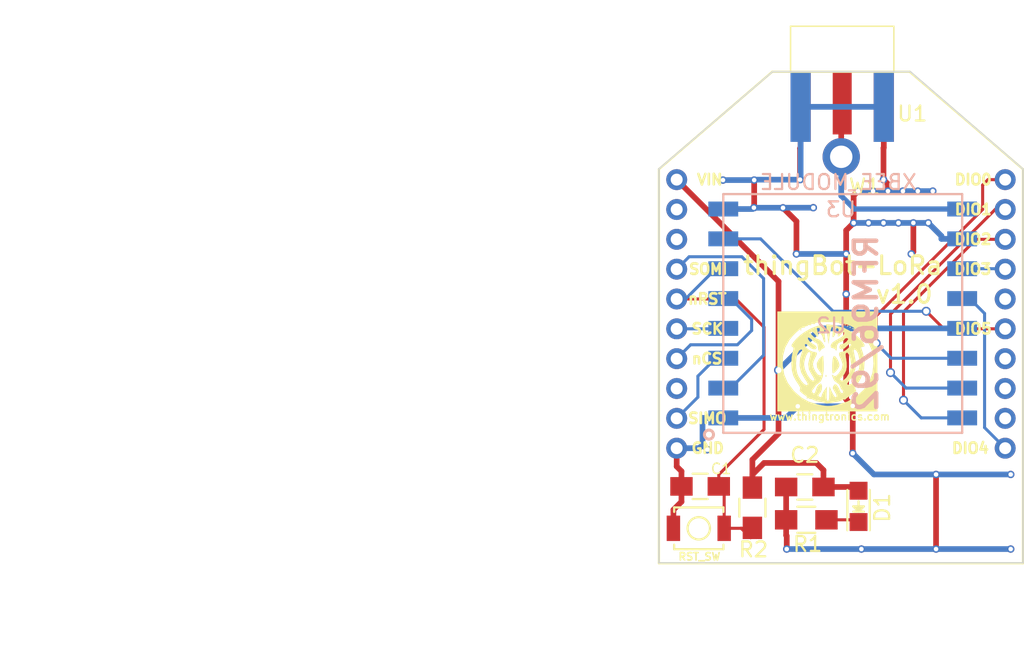
<source format=kicad_pcb>
(kicad_pcb (version 20171130) (host pcbnew "(5.1.12)-1")

  (general
    (thickness 1.6)
    (drawings 26)
    (tracks 193)
    (zones 0)
    (modules 45)
    (nets 23)
  )

  (page A4)
  (title_block
    (title "thingBot-LoRa ")
    (date 2016-12-31)
    (rev v1.0)
  )

  (layers
    (0 F.Cu signal)
    (31 B.Cu signal)
    (32 B.Adhes user hide)
    (33 F.Adhes user hide)
    (34 B.Paste user hide)
    (35 F.Paste user hide)
    (36 B.SilkS user hide)
    (37 F.SilkS user hide)
    (38 B.Mask user hide)
    (39 F.Mask user hide)
    (40 Dwgs.User user hide)
    (44 Edge.Cuts user)
    (45 Margin user hide)
    (48 B.Fab user hide)
    (49 F.Fab user hide)
  )

  (setup
    (last_trace_width 0.2032)
    (trace_clearance 0.2)
    (zone_clearance 0)
    (zone_45_only no)
    (trace_min 0.016)
    (via_size 0.6)
    (via_drill 0.4)
    (via_min_size 0.04)
    (via_min_drill 0.3)
    (uvia_size 0.3)
    (uvia_drill 0.1)
    (uvias_allowed no)
    (uvia_min_size 0.2)
    (uvia_min_drill 0.1)
    (edge_width 0.1)
    (segment_width 0.2)
    (pcb_text_width 0.3)
    (pcb_text_size 1.5 1.5)
    (mod_edge_width 0.15)
    (mod_text_size 1 1)
    (mod_text_width 0.15)
    (pad_size 0.5 0.5)
    (pad_drill 0.3)
    (pad_to_mask_clearance 0)
    (aux_axis_origin 0 0)
    (visible_elements 7FFFEFFF)
    (pcbplotparams
      (layerselection 0x331ff_80000001)
      (usegerberextensions false)
      (usegerberattributes true)
      (usegerberadvancedattributes true)
      (creategerberjobfile true)
      (excludeedgelayer true)
      (linewidth 0.100000)
      (plotframeref false)
      (viasonmask false)
      (mode 1)
      (useauxorigin false)
      (hpglpennumber 1)
      (hpglpenspeed 20)
      (hpglpendiameter 15.000000)
      (psnegative false)
      (psa4output false)
      (plotreference true)
      (plotvalue true)
      (plotinvisibletext false)
      (padsonsilk false)
      (subtractmaskfromsilk false)
      (outputformat 1)
      (mirror false)
      (drillshape 0)
      (scaleselection 1)
      (outputdirectory "GERBERS/"))
  )

  (net 0 "")
  (net 1 nRESET)
  (net 2 GND)
  (net 3 RFM_VIN)
  (net 4 "Net-(D1-Pad1)")
  (net 5 ANT)
  (net 6 SPI_SCK)
  (net 7 SPI_nCS)
  (net 8 DIO5)
  (net 9 DIO3)
  (net 10 DIO4)
  (net 11 DIO0)
  (net 12 DIO1)
  (net 13 DIO2)
  (net 14 "Net-(U3-Pad14)")
  (net 15 "Net-(U3-Pad13)")
  (net 16 "Net-(U3-Pad8)")
  (net 17 "Net-(U3-Pad3)")
  (net 18 "Net-(U3-Pad2)")
  (net 19 SPI_SOMI)
  (net 20 SPI_SIMO)
  (net 21 "Net-(U3-Pad16)")
  (net 22 "Net-(U3-Pad12)")

  (net_class Default "This is the default net class."
    (clearance 0.2)
    (trace_width 0.2032)
    (via_dia 0.6)
    (via_drill 0.4)
    (uvia_dia 0.3)
    (uvia_drill 0.1)
  )

  (net_class Antenna ""
    (clearance 0.4)
    (trace_width 0.381)
    (via_dia 0.6)
    (via_drill 0.4)
    (uvia_dia 0.3)
    (uvia_drill 0.1)
    (add_net ANT)
  )

  (net_class Power ""
    (clearance 0.2)
    (trace_width 0.381)
    (via_dia 0.6)
    (via_drill 0.4)
    (uvia_dia 0.3)
    (uvia_drill 0.1)
    (add_net GND)
    (add_net RFM_VIN)
  )

  (net_class Signals ""
    (clearance 0.2)
    (trace_width 0.2032)
    (via_dia 0.6)
    (via_drill 0.4)
    (uvia_dia 0.3)
    (uvia_drill 0.1)
    (add_net DIO0)
    (add_net DIO1)
    (add_net DIO2)
    (add_net DIO3)
    (add_net DIO4)
    (add_net DIO5)
    (add_net "Net-(D1-Pad1)")
    (add_net "Net-(U3-Pad12)")
    (add_net "Net-(U3-Pad13)")
    (add_net "Net-(U3-Pad14)")
    (add_net "Net-(U3-Pad16)")
    (add_net "Net-(U3-Pad2)")
    (add_net "Net-(U3-Pad3)")
    (add_net "Net-(U3-Pad8)")
    (add_net SPI_SCK)
    (add_net SPI_SIMO)
    (add_net SPI_SOMI)
    (add_net SPI_nCS)
    (add_net nRESET)
  )

  (module VIA'S:VIA_0.5mm (layer F.Cu) (tedit 58652746) (tstamp 58669217)
    (at 177.37 105.26)
    (fp_text reference REF**_34 (at 0 -2.6) (layer F.Fab) hide
      (effects (font (size 1 1) (thickness 0.15)))
    )
    (fp_text value VIA_0.5mm (at 0.05 -1.45) (layer F.Fab) hide
      (effects (font (size 1 1) (thickness 0.15)))
    )
    (pad 1 thru_hole circle (at 0 0) (size 0.5 0.5) (drill 0.3) (layers *.Cu)
      (net 2 GND) (zone_connect 2))
  )

  (module VIA'S:VIA_0.5mm (layer F.Cu) (tedit 58652746) (tstamp 5)
    (at 177.35 107.11)
    (fp_text reference REF**_33 (at 0 -2.6) (layer F.Fab) hide
      (effects (font (size 1 1) (thickness 0.15)))
    )
    (fp_text value VIA_0.5mm (at 0.05 -1.45) (layer F.Fab) hide
      (effects (font (size 1 1) (thickness 0.15)))
    )
    (pad 1 thru_hole circle (at 0 0) (size 0.5 0.5) (drill 0.3) (layers *.Cu)
      (net 2 GND) (zone_connect 2))
  )

  (module VIA'S:VIA_0.5mm (layer F.Cu) (tedit 58652746) (tstamp 58666E0E)
    (at 179.3 107.12)
    (fp_text reference REF**_32 (at 0 -2.6) (layer F.Fab) hide
      (effects (font (size 1 1) (thickness 0.15)))
    )
    (fp_text value VIA_0.5mm (at 0.05 -1.45) (layer F.Fab) hide
      (effects (font (size 1 1) (thickness 0.15)))
    )
    (pad 1 thru_hole circle (at 0 0) (size 0.5 0.5) (drill 0.3) (layers *.Cu)
      (net 2 GND) (zone_connect 2))
  )

  (module VIA'S:VIA_0.5mm (layer F.Cu) (tedit 5866304C) (tstamp 58666DC6)
    (at 186.03 105.9)
    (fp_text reference REF**_31 (at 0 -2.6) (layer F.Fab) hide
      (effects (font (size 1 1) (thickness 0.15)))
    )
    (fp_text value VIA_0.5mm (at 0.05 -1.45) (layer F.Fab) hide
      (effects (font (size 1 1) (thickness 0.15)))
    )
    (pad 1 thru_hole circle (at 0 -0.67) (size 0.5 0.5) (drill 0.3) (layers *.Cu)
      (net 2 GND) (zone_connect 2))
  )

  (module VIA'S:VIA_0.5mm (layer F.Cu) (tedit 5866325D) (tstamp 7FFFFFFF)
    (at 187.89 110.29)
    (fp_text reference REF**_30 (at 0 -2.6) (layer F.Fab) hide
      (effects (font (size 1 1) (thickness 0.15)))
    )
    (fp_text value VIA_0.5mm (at 0.05 -1.45) (layer F.Fab) hide
      (effects (font (size 1 1) (thickness 0.15)))
    )
    (pad 1 thru_hole circle (at 0 -0.08) (size 0.5 0.5) (drill 0.3) (layers *.Cu)
      (net 2 GND) (zone_connect 2))
  )

  (module VIA'S:VIA_0.5mm (layer F.Cu) (tedit 58663266) (tstamp 7FFFFFFF)
    (at 180.2 110.23)
    (fp_text reference REF**_29 (at 0 -2.6) (layer F.Fab) hide
      (effects (font (size 1 1) (thickness 0.15)))
    )
    (fp_text value VIA_0.5mm (at 0.05 -1.45) (layer F.Fab) hide
      (effects (font (size 1 1) (thickness 0.15)))
    )
    (pad 1 thru_hole circle (at 0 -0.02) (size 0.5 0.5) (drill 0.3) (layers *.Cu)
      (net 2 GND) (zone_connect 2))
  )

  (module VIA'S:VIA_0.5mm (layer F.Cu) (tedit 58663272) (tstamp 586631)
    (at 183.53 110.21)
    (fp_text reference REF**_28 (at 0 -2.6) (layer F.Fab) hide
      (effects (font (size 1 1) (thickness 0.15)))
    )
    (fp_text value VIA_0.5mm (at 0.05 -1.45) (layer F.Fab) hide
      (effects (font (size 1 1) (thickness 0.15)))
    )
    (pad 1 thru_hole circle (at 0 0) (size 0.5 0.5) (drill 0.3) (layers *.Cu)
      (net 2 GND) (zone_connect 2))
  )

  (module VIA'S:VIA_0.5mm (layer F.Cu) (tedit 5866327A) (tstamp 586631D7)
    (at 183.54 112.9)
    (fp_text reference REF**_27 (at 0 -2.6) (layer F.Fab) hide
      (effects (font (size 1 1) (thickness 0.15)))
    )
    (fp_text value VIA_0.5mm (at 0.05 -1.45) (layer F.Fab) hide
      (effects (font (size 1 1) (thickness 0.15)))
    )
    (pad 1 thru_hole circle (at -0.01 0) (size 0.5 0.5) (drill 0.3) (layers *.Cu)
      (net 2 GND) (zone_connect 2))
  )

  (module VIA'S:VIA_0.5mm (layer F.Cu) (tedit 58652746) (tstamp 586631C4)
    (at 183.97 123.57)
    (fp_text reference REF**_26 (at 0 -2.6) (layer F.Fab) hide
      (effects (font (size 1 1) (thickness 0.15)))
    )
    (fp_text value VIA_0.5mm (at 0.05 -1.45) (layer F.Fab) hide
      (effects (font (size 1 1) (thickness 0.15)))
    )
    (pad 1 thru_hole circle (at 0 0) (size 0.5 0.5) (drill 0.3) (layers *.Cu)
      (net 2 GND) (zone_connect 2))
  )

  (module VIA'S:VIA_0.5mm (layer F.Cu) (tedit 58652746) (tstamp 586631B9)
    (at 183.97 120.4)
    (fp_text reference REF**_25 (at 0 -2.6) (layer F.Fab) hide
      (effects (font (size 1 1) (thickness 0.15)))
    )
    (fp_text value VIA_0.5mm (at 0.05 -1.45) (layer F.Fab) hide
      (effects (font (size 1 1) (thickness 0.15)))
    )
    (pad 1 thru_hole circle (at 0 0) (size 0.5 0.5) (drill 0.3) (layers *.Cu)
      (net 2 GND) (zone_connect 2))
  )

  (module VIA'S:VIA_0.5mm (layer F.Cu) (tedit 58652746) (tstamp 586631B2)
    (at 180.29 120.42)
    (fp_text reference REF**_24 (at 0 -2.6) (layer F.Fab) hide
      (effects (font (size 1 1) (thickness 0.15)))
    )
    (fp_text value VIA_0.5mm (at 0.05 -1.45) (layer F.Fab) hide
      (effects (font (size 1 1) (thickness 0.15)))
    )
    (pad 1 thru_hole circle (at 0 0) (size 0.5 0.5) (drill 0.3) (layers *.Cu)
      (net 2 GND) (zone_connect 2))
  )

  (module VIA'S:VIA_0.5mm (layer F.Cu) (tedit 58652746) (tstamp 5866315C)
    (at 181.33 107.11)
    (fp_text reference REF**_23 (at 0 -2.6) (layer F.Fab) hide
      (effects (font (size 1 1) (thickness 0.15)))
    )
    (fp_text value VIA_0.5mm (at 0.05 -1.45) (layer F.Fab) hide
      (effects (font (size 1 1) (thickness 0.15)))
    )
    (pad 1 thru_hole circle (at 0 0) (size 0.5 0.5) (drill 0.3) (layers *.Cu)
      (net 2 GND) (zone_connect 2))
  )

  (module VIA'S:VIA_0.5mm (layer F.Cu) (tedit 58652746) (tstamp 58663152)
    (at 180.44 105.23)
    (fp_text reference REF**_22 (at 0 -2.6) (layer F.Fab) hide
      (effects (font (size 1 1) (thickness 0.15)))
    )
    (fp_text value VIA_0.5mm (at 0.05 -1.45) (layer F.Fab) hide
      (effects (font (size 1 1) (thickness 0.15)))
    )
    (pad 1 thru_hole circle (at 0 0) (size 0.5 0.5) (drill 0.3) (layers *.Cu)
      (net 2 GND) (zone_connect 2))
  )

  (module VIA'S:VIA_0.5mm (layer F.Cu) (tedit 58652746) (tstamp 58663122)
    (at 189.55 124.99)
    (fp_text reference REF**_21 (at 0 -2.6) (layer F.Fab) hide
      (effects (font (size 1 1) (thickness 0.15)))
    )
    (fp_text value VIA_0.5mm (at 0.05 -1.45) (layer F.Fab) hide
      (effects (font (size 1 1) (thickness 0.15)))
    )
    (pad 1 thru_hole circle (at 0 0) (size 0.5 0.5) (drill 0.3) (layers *.Cu)
      (net 2 GND) (zone_connect 2))
  )

  (module VIA'S:VIA_0.5mm (layer F.Cu) (tedit 58652746) (tstamp 58663118)
    (at 194.55 124.99)
    (fp_text reference REF**_20 (at 0 -2.6) (layer F.Fab) hide
      (effects (font (size 1 1) (thickness 0.15)))
    )
    (fp_text value VIA_0.5mm (at 0.05 -1.45) (layer F.Fab) hide
      (effects (font (size 1 1) (thickness 0.15)))
    )
    (pad 1 thru_hole circle (at 0 0) (size 0.5 0.5) (drill 0.3) (layers *.Cu)
      (net 2 GND) (zone_connect 2))
  )

  (module VIA'S:VIA_0.5mm (layer F.Cu) (tedit 58652746) (tstamp 586630D2)
    (at 194.55 129.99)
    (fp_text reference REF**_19 (at 0 -2.6) (layer F.Fab) hide
      (effects (font (size 1 1) (thickness 0.15)))
    )
    (fp_text value VIA_0.5mm (at 0.05 -1.45) (layer F.Fab) hide
      (effects (font (size 1 1) (thickness 0.15)))
    )
    (pad 1 thru_hole circle (at 0 0) (size 0.5 0.5) (drill 0.3) (layers *.Cu)
      (net 2 GND) (zone_connect 2))
  )

  (module VIA'S:VIA_0.5mm (layer F.Cu) (tedit 58652746) (tstamp 586630CE)
    (at 189.55 129.99)
    (fp_text reference REF**_18 (at 0 -2.6) (layer F.Fab) hide
      (effects (font (size 1 1) (thickness 0.15)))
    )
    (fp_text value VIA_0.5mm (at 0.05 -1.45) (layer F.Fab) hide
      (effects (font (size 1 1) (thickness 0.15)))
    )
    (pad 1 thru_hole circle (at 0 0) (size 0.5 0.5) (drill 0.3) (layers *.Cu)
      (net 2 GND) (zone_connect 2))
  )

  (module VIA'S:VIA_0.5mm (layer F.Cu) (tedit 58652746) (tstamp 586630CA)
    (at 184.55 129.99)
    (fp_text reference REF**_17 (at 0 -2.6) (layer F.Fab) hide
      (effects (font (size 1 1) (thickness 0.15)))
    )
    (fp_text value VIA_0.5mm (at 0.05 -1.45) (layer F.Fab) hide
      (effects (font (size 1 1) (thickness 0.15)))
    )
    (pad 1 thru_hole circle (at 0 0) (size 0.5 0.5) (drill 0.3) (layers *.Cu)
      (net 2 GND) (zone_connect 2))
  )

  (module VIA'S:VIA_0.5mm (layer F.Cu) (tedit 5866304C) (tstamp 58662DF0)
    (at 184.33 106.67)
    (fp_text reference REF**_16 (at 0 -2.6) (layer F.Fab) hide
      (effects (font (size 1 1) (thickness 0.15)))
    )
    (fp_text value VIA_0.5mm (at 0.05 -1.45) (layer F.Fab) hide
      (effects (font (size 1 1) (thickness 0.15)))
    )
    (pad 1 thru_hole circle (at 0 -0.67) (size 0.5 0.5) (drill 0.3) (layers *.Cu)
      (net 2 GND) (zone_connect 2))
  )

  (module VIA'S:VIA_0.5mm (layer F.Cu) (tedit 5866304C) (tstamp 58663072)
    (at 189.33 106.67)
    (fp_text reference REF**_15 (at 0 -2.6) (layer F.Fab) hide
      (effects (font (size 1 1) (thickness 0.15)))
    )
    (fp_text value VIA_0.5mm (at 0.05 -1.45) (layer F.Fab) hide
      (effects (font (size 1 1) (thickness 0.15)))
    )
    (pad 1 thru_hole circle (at 0 -0.67) (size 0.5 0.5) (drill 0.3) (layers *.Cu)
      (net 2 GND) (zone_connect 2))
  )

  (module VIA'S:VIA_0.5mm (layer F.Cu) (tedit 5866304C) (tstamp 5866306E)
    (at 188.33 106.67)
    (fp_text reference REF**_14 (at 0 -2.6) (layer F.Fab) hide
      (effects (font (size 1 1) (thickness 0.15)))
    )
    (fp_text value VIA_0.5mm (at 0.05 -1.45) (layer F.Fab) hide
      (effects (font (size 1 1) (thickness 0.15)))
    )
    (pad 1 thru_hole circle (at 0 -0.67) (size 0.5 0.5) (drill 0.3) (layers *.Cu)
      (net 2 GND) (zone_connect 2))
  )

  (module VIA'S:VIA_0.5mm (layer F.Cu) (tedit 5866304C) (tstamp 5866306A)
    (at 187.33 106.67)
    (fp_text reference REF**_13 (at 0 -2.6) (layer F.Fab) hide
      (effects (font (size 1 1) (thickness 0.15)))
    )
    (fp_text value VIA_0.5mm (at 0.05 -1.45) (layer F.Fab) hide
      (effects (font (size 1 1) (thickness 0.15)))
    )
    (pad 1 thru_hole circle (at 0 -0.67) (size 0.5 0.5) (drill 0.3) (layers *.Cu)
      (net 2 GND) (zone_connect 2))
  )

  (module VIA'S:VIA_0.5mm (layer F.Cu) (tedit 5866304C) (tstamp 58663066)
    (at 186.33 106.67)
    (fp_text reference REF**_12 (at 0 -2.6) (layer F.Fab) hide
      (effects (font (size 1 1) (thickness 0.15)))
    )
    (fp_text value VIA_0.5mm (at 0.05 -1.45) (layer F.Fab) hide
      (effects (font (size 1 1) (thickness 0.15)))
    )
    (pad 1 thru_hole circle (at 0 -0.67) (size 0.5 0.5) (drill 0.3) (layers *.Cu)
      (net 2 GND) (zone_connect 2))
  )

  (module VIA'S:VIA_0.5mm (layer F.Cu) (tedit 5866304C) (tstamp 58663062)
    (at 185.33 106.67)
    (fp_text reference REF**_11 (at 0 -2.6) (layer F.Fab) hide
      (effects (font (size 1 1) (thickness 0.15)))
    )
    (fp_text value VIA_0.5mm (at 0.05 -1.45) (layer F.Fab) hide
      (effects (font (size 1 1) (thickness 0.15)))
    )
    (pad 1 thru_hole circle (at 0 -0.67) (size 0.5 0.5) (drill 0.3) (layers *.Cu)
      (net 2 GND) (zone_connect 2))
  )

  (module VIA'S:VIA_0.5mm (layer F.Cu) (tedit 58652746) (tstamp 58663024)
    (at 189.03 108.13)
    (fp_text reference REF**_10 (at 0 -2.6) (layer F.Fab) hide
      (effects (font (size 1 1) (thickness 0.15)))
    )
    (fp_text value VIA_0.5mm (at 0.05 -1.45) (layer F.Fab) hide
      (effects (font (size 1 1) (thickness 0.15)))
    )
    (pad 1 thru_hole circle (at 0 0) (size 0.5 0.5) (drill 0.3) (layers *.Cu)
      (net 2 GND) (zone_connect 2))
  )

  (module VIA'S:VIA_0.5mm (layer F.Cu) (tedit 58652746) (tstamp 58663020)
    (at 188.03 108.13)
    (fp_text reference REF**_9 (at 0 -2.6) (layer F.Fab) hide
      (effects (font (size 1 1) (thickness 0.15)))
    )
    (fp_text value VIA_0.5mm (at 0.05 -1.45) (layer F.Fab) hide
      (effects (font (size 1 1) (thickness 0.15)))
    )
    (pad 1 thru_hole circle (at 0 0) (size 0.5 0.5) (drill 0.3) (layers *.Cu)
      (net 2 GND) (zone_connect 2))
  )

  (module VIA'S:VIA_0.5mm (layer F.Cu) (tedit 58652746) (tstamp 5866301C)
    (at 187.03 108.13)
    (fp_text reference REF**_8 (at 0 -2.6) (layer F.Fab) hide
      (effects (font (size 1 1) (thickness 0.15)))
    )
    (fp_text value VIA_0.5mm (at 0.05 -1.45) (layer F.Fab) hide
      (effects (font (size 1 1) (thickness 0.15)))
    )
    (pad 1 thru_hole circle (at 0 0) (size 0.5 0.5) (drill 0.3) (layers *.Cu)
      (net 2 GND) (zone_connect 2))
  )

  (module VIA'S:VIA_0.5mm (layer F.Cu) (tedit 58652746) (tstamp 58663018)
    (at 186.03 108.13)
    (fp_text reference REF**_7 (at 0 -2.6) (layer F.Fab) hide
      (effects (font (size 1 1) (thickness 0.15)))
    )
    (fp_text value VIA_0.5mm (at 0.05 -1.45) (layer F.Fab) hide
      (effects (font (size 1 1) (thickness 0.15)))
    )
    (pad 1 thru_hole circle (at 0 0) (size 0.5 0.5) (drill 0.3) (layers *.Cu)
      (net 2 GND) (zone_connect 2))
  )

  (module VIA'S:VIA_0.5mm (layer F.Cu) (tedit 58652746) (tstamp 58663014)
    (at 185.03 108.13)
    (fp_text reference REF**_6 (at 0 -2.6) (layer F.Fab) hide
      (effects (font (size 1 1) (thickness 0.15)))
    )
    (fp_text value VIA_0.5mm (at 0.05 -1.45) (layer F.Fab) hide
      (effects (font (size 1 1) (thickness 0.15)))
    )
    (pad 1 thru_hole circle (at 0 0) (size 0.5 0.5) (drill 0.3) (layers *.Cu)
      (net 2 GND) (zone_connect 2))
  )

  (module VIA'S:VIA_0.5mm (layer F.Cu) (tedit 58652746) (tstamp 58662DAC)
    (at 184.03 108.13)
    (fp_text reference REF**_5 (at 0 -2.6) (layer F.Fab) hide
      (effects (font (size 1 1) (thickness 0.15)))
    )
    (fp_text value VIA_0.5mm (at 0.05 -1.45) (layer F.Fab) hide
      (effects (font (size 1 1) (thickness 0.15)))
    )
    (pad 1 thru_hole circle (at 0 0) (size 0.5 0.5) (drill 0.3) (layers *.Cu)
      (net 2 GND) (zone_connect 2))
  )

  (module VIA'S:VIA_0.5mm (layer F.Cu) (tedit 58652746) (tstamp 5)
    (at 179.55 129.99)
    (fp_text reference REF**_4 (at 0 -2.6) (layer F.Fab) hide
      (effects (font (size 1 1) (thickness 0.15)))
    )
    (fp_text value VIA_0.5mm (at 0.05 -1.45) (layer F.Fab) hide
      (effects (font (size 1 1) (thickness 0.15)))
    )
    (pad 1 thru_hole circle (at 0 0) (size 0.5 0.5) (drill 0.3) (layers *.Cu)
      (net 2 GND) (zone_connect 2))
  )

  (module VIA'S:VIA_0.5mm (layer F.Cu) (tedit 58652746) (tstamp 58655E5C)
    (at 175.28 105.26)
    (fp_text reference REF**_3 (at 0 -2.6) (layer F.Fab) hide
      (effects (font (size 1 1) (thickness 0.15)))
    )
    (fp_text value VIA_0.5mm (at 0.05 -1.45) (layer F.Fab) hide
      (effects (font (size 1 1) (thickness 0.15)))
    )
    (pad 1 thru_hole circle (at 0 0) (size 0.5 0.5) (drill 0.3) (layers *.Cu)
      (net 2 GND) (zone_connect 2))
  )

  (module Capacitors_SMD:C_0805_HandSoldering (layer F.Cu) (tedit 586A02AB) (tstamp 58564708)
    (at 180.76 125.83 180)
    (descr "Capacitor SMD 0805, hand soldering")
    (tags "capacitor 0805")
    (path /58569A7D)
    (attr smd)
    (fp_text reference C2 (at 0 2.14 180) (layer F.SilkS)
      (effects (font (size 1 1) (thickness 0.15)))
    )
    (fp_text value 0.1uF (at 0.04 1.27 180) (layer F.Fab)
      (effects (font (size 0.5 0.5) (thickness 0.09)))
    )
    (fp_line (start -1 0.625) (end -1 -0.625) (layer F.Fab) (width 0.15))
    (fp_line (start 1 0.625) (end -1 0.625) (layer F.Fab) (width 0.15))
    (fp_line (start 1 -0.625) (end 1 0.625) (layer F.Fab) (width 0.15))
    (fp_line (start -1 -0.625) (end 1 -0.625) (layer F.Fab) (width 0.15))
    (fp_line (start -2.3 -1) (end 2.3 -1) (layer F.CrtYd) (width 0.05))
    (fp_line (start -2.3 1) (end 2.3 1) (layer F.CrtYd) (width 0.05))
    (fp_line (start -2.3 -1) (end -2.3 1) (layer F.CrtYd) (width 0.05))
    (fp_line (start 2.3 -1) (end 2.3 1) (layer F.CrtYd) (width 0.05))
    (fp_line (start 0.5 -0.85) (end -0.5 -0.85) (layer F.SilkS) (width 0.15))
    (fp_line (start -0.5 0.85) (end 0.5 0.85) (layer F.SilkS) (width 0.15))
    (pad 1 smd rect (at -1.25 0 180) (size 1.5 1.25) (layers F.Cu F.Paste F.Mask)
      (net 3 RFM_VIN))
    (pad 2 smd rect (at 1.25 0 180) (size 1.5 1.25) (layers F.Cu F.Paste F.Mask)
      (net 2 GND))
    (model Capacitors_SMD.3dshapes/C_0805_HandSoldering.wrl
      (at (xyz 0 0 0))
      (scale (xyz 1 1 1))
      (rotate (xyz 0 0 0))
    )
  )

  (module Resistors_SMD:R_0805_HandSoldering (layer F.Cu) (tedit 586A030A) (tstamp 58454ABB)
    (at 177.25 127.22 270)
    (descr "Resistor SMD 0805, hand soldering")
    (tags "resistor 0805")
    (path /583C38A1)
    (attr smd)
    (fp_text reference R2 (at 2.8 -0.07) (layer F.SilkS)
      (effects (font (size 1 1) (thickness 0.15)))
    )
    (fp_text value 1K (at -2.68 -0.02 270) (layer F.Fab)
      (effects (font (size 0.5 0.5) (thickness 0.09)))
    )
    (fp_line (start -1 0.625) (end -1 -0.625) (layer F.Fab) (width 0.1))
    (fp_line (start 1 0.625) (end -1 0.625) (layer F.Fab) (width 0.1))
    (fp_line (start 1 -0.625) (end 1 0.625) (layer F.Fab) (width 0.1))
    (fp_line (start -1 -0.625) (end 1 -0.625) (layer F.Fab) (width 0.1))
    (fp_line (start -2.4 -1) (end 2.4 -1) (layer F.CrtYd) (width 0.05))
    (fp_line (start -2.4 1) (end 2.4 1) (layer F.CrtYd) (width 0.05))
    (fp_line (start -2.4 -1) (end -2.4 1) (layer F.CrtYd) (width 0.05))
    (fp_line (start 2.4 -1) (end 2.4 1) (layer F.CrtYd) (width 0.05))
    (fp_line (start 0.6 0.875) (end -0.6 0.875) (layer F.SilkS) (width 0.15))
    (fp_line (start -0.6 -0.875) (end 0.6 -0.875) (layer F.SilkS) (width 0.15))
    (pad 1 smd rect (at -1.35 0 270) (size 1.5 1.3) (layers F.Cu F.Paste F.Mask)
      (net 3 RFM_VIN))
    (pad 2 smd rect (at 1.35 0 270) (size 1.5 1.3) (layers F.Cu F.Paste F.Mask)
      (net 1 nRESET))
    (model Resistors_SMD.3dshapes/R_0805_HandSoldering.wrl
      (at (xyz 0 0 0))
      (scale (xyz 1 1 1))
      (rotate (xyz 0 0 0))
    )
  )

  (module Xbee:Xbee_mod locked (layer F.Cu) (tedit 586A0431) (tstamp 584D7580)
    (at 172.18 105.23)
    (path /5843EEBB)
    (fp_text reference U3 (at 11 2) (layer B.SilkS)
      (effects (font (size 1 1) (thickness 0.15)) (justify mirror))
    )
    (fp_text value XBEE_MODULE (at 10.82 0.17) (layer B.SilkS)
      (effects (font (size 1 1) (thickness 0.15)) (justify mirror))
    )
    (fp_line (start -1.19 -0.7) (end -1.19 25.71) (layer F.SilkS) (width 0.15))
    (fp_line (start -1.19 25.71) (end 23.19 25.71) (layer F.SilkS) (width 0.15))
    (fp_line (start 23.19 25.71) (end 23.19 -0.7) (layer F.SilkS) (width 0.15))
    (fp_line (start 23.19 -0.7) (end 15.6 -7.23) (layer F.SilkS) (width 0.15))
    (fp_line (start 15.6 -7.23) (end 6.4 -7.23) (layer F.SilkS) (width 0.15))
    (fp_line (start 6.4 -7.23) (end -1.19 -0.7) (layer F.SilkS) (width 0.15))
    (pad 20 thru_hole circle (at 22 0) (size 1.4 1.4) (drill 0.8) (layers *.Cu *.Mask)
      (net 11 DIO0))
    (pad 19 thru_hole circle (at 22 2) (size 1.4 1.4) (drill 0.8) (layers *.Cu *.Mask)
      (net 12 DIO1))
    (pad 18 thru_hole circle (at 22 4) (size 1.4 1.4) (drill 0.8) (layers *.Cu *.Mask)
      (net 13 DIO2))
    (pad 17 thru_hole circle (at 22 6) (size 1.4 1.4) (drill 0.8) (layers *.Cu *.Mask)
      (net 9 DIO3))
    (pad 16 thru_hole circle (at 22 8) (size 1.4 1.4) (drill 0.8) (layers *.Cu *.Mask)
      (net 21 "Net-(U3-Pad16)"))
    (pad 15 thru_hole circle (at 22 10) (size 1.4 1.4) (drill 0.8) (layers *.Cu *.Mask)
      (net 8 DIO5))
    (pad 14 thru_hole circle (at 22 12) (size 1.4 1.4) (drill 0.8) (layers *.Cu *.Mask)
      (net 14 "Net-(U3-Pad14)"))
    (pad 13 thru_hole circle (at 22 14) (size 1.4 1.4) (drill 0.8) (layers *.Cu *.Mask)
      (net 15 "Net-(U3-Pad13)"))
    (pad 12 thru_hole circle (at 22 16) (size 1.4 1.4) (drill 0.8) (layers *.Cu *.Mask)
      (net 22 "Net-(U3-Pad12)"))
    (pad 11 thru_hole circle (at 22 18) (size 1.4 1.4) (drill 0.8) (layers *.Cu *.Mask)
      (net 10 DIO4))
    (pad 10 thru_hole circle (at 0 18) (size 1.4 1.4) (drill 0.8) (layers *.Cu *.Mask)
      (net 2 GND))
    (pad 9 thru_hole circle (at 0 16) (size 1.4 1.4) (drill 0.8) (layers *.Cu *.Mask)
      (net 20 SPI_SIMO))
    (pad 8 thru_hole circle (at 0 14) (size 1.4 1.4) (drill 0.8) (layers *.Cu *.Mask)
      (net 16 "Net-(U3-Pad8)"))
    (pad 7 thru_hole circle (at 0 12) (size 1.4 1.4) (drill 0.8) (layers *.Cu *.Mask)
      (net 7 SPI_nCS))
    (pad 6 thru_hole circle (at 0 10) (size 1.4 1.4) (drill 0.8) (layers *.Cu *.Mask)
      (net 6 SPI_SCK))
    (pad 5 thru_hole circle (at 0 8) (size 1.4 1.4) (drill 0.8) (layers *.Cu *.Mask)
      (net 1 nRESET))
    (pad 4 thru_hole circle (at 0 6) (size 1.4 1.4) (drill 0.8) (layers *.Cu *.Mask)
      (net 19 SPI_SOMI))
    (pad 3 thru_hole circle (at 0 4) (size 1.4 1.4) (drill 0.8) (layers *.Cu *.Mask)
      (net 17 "Net-(U3-Pad3)"))
    (pad 2 thru_hole circle (at 0 2) (size 1.4 1.4) (drill 0.8) (layers *.Cu *.Mask)
      (net 18 "Net-(U3-Pad2)"))
    (pad 1 thru_hole circle (at 0 0) (size 1.4 1.4) (drill 0.8) (layers *.Cu *.Mask)
      (net 3 RFM_VIN))
  )

  (module LEDs:LED_0805 (layer F.Cu) (tedit 586A02EF) (tstamp 58454AAF)
    (at 184.36 127.13 90)
    (descr "LED 0805 smd package")
    (tags "LED 0805 SMD")
    (path /5838C372)
    (attr smd)
    (fp_text reference D1 (at -0.09 1.59 90) (layer F.SilkS)
      (effects (font (size 1 1) (thickness 0.15)))
    )
    (fp_text value POWER (at -0.01 2.52 90) (layer F.Fab)
      (effects (font (size 0.5 0.5) (thickness 0.09)))
    )
    (fp_line (start -0.4 -0.3) (end -0.4 0.3) (layer F.Fab) (width 0.15))
    (fp_line (start -0.3 0) (end 0 -0.3) (layer F.Fab) (width 0.15))
    (fp_line (start 0 0.3) (end -0.3 0) (layer F.Fab) (width 0.15))
    (fp_line (start 0 -0.3) (end 0 0.3) (layer F.Fab) (width 0.15))
    (fp_line (start 1 -0.6) (end -1 -0.6) (layer F.Fab) (width 0.15))
    (fp_line (start 1 0.6) (end 1 -0.6) (layer F.Fab) (width 0.15))
    (fp_line (start -1 0.6) (end 1 0.6) (layer F.Fab) (width 0.15))
    (fp_line (start -1 -0.6) (end -1 0.6) (layer F.Fab) (width 0.15))
    (fp_line (start -1.6 0.75) (end 1.1 0.75) (layer F.SilkS) (width 0.15))
    (fp_line (start -1.6 -0.75) (end 1.1 -0.75) (layer F.SilkS) (width 0.15))
    (fp_line (start -0.1 0.15) (end -0.1 -0.1) (layer F.SilkS) (width 0.15))
    (fp_line (start -0.1 -0.1) (end -0.25 0.05) (layer F.SilkS) (width 0.15))
    (fp_line (start -0.35 -0.35) (end -0.35 0.35) (layer F.SilkS) (width 0.15))
    (fp_line (start 0 0) (end 0.35 0) (layer F.SilkS) (width 0.15))
    (fp_line (start -0.35 0) (end 0 -0.35) (layer F.SilkS) (width 0.15))
    (fp_line (start 0 -0.35) (end 0 0.35) (layer F.SilkS) (width 0.15))
    (fp_line (start 0 0.35) (end -0.35 0) (layer F.SilkS) (width 0.15))
    (fp_line (start 1.9 -0.95) (end 1.9 0.95) (layer F.CrtYd) (width 0.05))
    (fp_line (start 1.9 0.95) (end -1.9 0.95) (layer F.CrtYd) (width 0.05))
    (fp_line (start -1.9 0.95) (end -1.9 -0.95) (layer F.CrtYd) (width 0.05))
    (fp_line (start -1.9 -0.95) (end 1.9 -0.95) (layer F.CrtYd) (width 0.05))
    (pad 2 smd rect (at 1.04902 0 270) (size 1.19888 1.19888) (layers F.Cu F.Paste F.Mask)
      (net 3 RFM_VIN))
    (pad 1 smd rect (at -1.04902 0 270) (size 1.19888 1.19888) (layers F.Cu F.Paste F.Mask)
      (net 4 "Net-(D1-Pad1)"))
    (model LEDs.3dshapes/LED_0805.wrl
      (at (xyz 0 0 0))
      (scale (xyz 1 1 1))
      (rotate (xyz 0 0 0))
    )
  )

  (module Temp:RFM92_95_96_98 (layer B.Cu) (tedit 585233AB) (tstamp 58454ADE)
    (at 175.3 121.2)
    (path /583BEAC0)
    (fp_text reference U2 (at 7.23 -6.19) (layer B.SilkS)
      (effects (font (size 1 1) (thickness 0.15)) (justify mirror))
    )
    (fp_text value RFM92/95 (at 7.99 -2.51) (layer B.Fab) hide
      (effects (font (size 1 1) (thickness 0.15)) (justify mirror))
    )
    (fp_line (start 0 1) (end 0 -15) (layer B.SilkS) (width 0.15))
    (fp_line (start 0 -15) (end 16 -15) (layer B.SilkS) (width 0.15))
    (fp_line (start 16 -15) (end 16 1) (layer B.SilkS) (width 0.15))
    (fp_line (start 16 1) (end 0 1) (layer B.SilkS) (width 0.15))
    (pad 1 smd rect (at 0 0) (size 2 1) (layers B.Cu B.Paste B.Mask)
      (net 2 GND))
    (pad 2 smd rect (at 0 -2) (size 2 1) (layers B.Cu B.Paste B.Mask)
      (net 19 SPI_SOMI))
    (pad 3 smd rect (at 0 -4) (size 2 1) (layers B.Cu B.Paste B.Mask)
      (net 20 SPI_SIMO))
    (pad 4 smd rect (at 0 -6) (size 2 1) (layers B.Cu B.Paste B.Mask)
      (net 6 SPI_SCK))
    (pad 5 smd rect (at 0 -8) (size 2 1) (layers B.Cu B.Paste B.Mask)
      (net 7 SPI_nCS))
    (pad 6 smd rect (at 0 -10) (size 2 1) (layers B.Cu B.Paste B.Mask)
      (net 1 nRESET))
    (pad 7 smd rect (at 0 -12) (size 2 1) (layers B.Cu B.Paste B.Mask)
      (net 8 DIO5))
    (pad 8 smd rect (at 0 -14) (size 2 1) (layers B.Cu B.Paste B.Mask)
      (net 2 GND))
    (pad 9 smd rect (at 16 -14) (size 2 1) (layers B.Cu B.Paste B.Mask)
      (net 5 ANT))
    (pad 10 smd rect (at 16 -12) (size 2 1) (layers B.Cu B.Paste B.Mask)
      (net 2 GND))
    (pad 11 smd rect (at 16 -10) (size 2 1) (layers B.Cu B.Paste B.Mask)
      (net 9 DIO3))
    (pad 12 smd rect (at 16 -8) (size 2 1) (layers B.Cu B.Paste B.Mask)
      (net 10 DIO4))
    (pad 13 smd rect (at 16 -6) (size 2 1) (layers B.Cu B.Paste B.Mask)
      (net 3 RFM_VIN))
    (pad 14 smd rect (at 16 -4) (size 2 1) (layers B.Cu B.Paste B.Mask)
      (net 11 DIO0))
    (pad 15 smd rect (at 16 -2) (size 2 1) (layers B.Cu B.Paste B.Mask)
      (net 12 DIO1))
    (pad 16 smd rect (at 16 0) (size 2 1) (layers B.Cu B.Paste B.Mask)
      (net 13 DIO2))
  )

  (module Capacitors_SMD:C_0805_HandSoldering (layer F.Cu) (tedit 586A0287) (tstamp 58454AA9)
    (at 173.75 125.79 180)
    (descr "Capacitor SMD 0805, hand soldering")
    (tags "capacitor 0805")
    (path /5838E25D)
    (attr smd)
    (fp_text reference C1 (at -1.4 1.18 180) (layer F.SilkS)
      (effects (font (size 0.7 0.7) (thickness 0.1)))
    )
    (fp_text value 15nF (at 0.13 1.24 180) (layer F.Fab)
      (effects (font (size 0.5 0.5) (thickness 0.09)))
    )
    (fp_line (start -1 0.625) (end -1 -0.625) (layer F.Fab) (width 0.15))
    (fp_line (start 1 0.625) (end -1 0.625) (layer F.Fab) (width 0.15))
    (fp_line (start 1 -0.625) (end 1 0.625) (layer F.Fab) (width 0.15))
    (fp_line (start -1 -0.625) (end 1 -0.625) (layer F.Fab) (width 0.15))
    (fp_line (start -2.3 -1) (end 2.3 -1) (layer F.CrtYd) (width 0.05))
    (fp_line (start -2.3 1) (end 2.3 1) (layer F.CrtYd) (width 0.05))
    (fp_line (start -2.3 -1) (end -2.3 1) (layer F.CrtYd) (width 0.05))
    (fp_line (start 2.3 -1) (end 2.3 1) (layer F.CrtYd) (width 0.05))
    (fp_line (start 0.5 -0.85) (end -0.5 -0.85) (layer F.SilkS) (width 0.15))
    (fp_line (start -0.5 0.85) (end 0.5 0.85) (layer F.SilkS) (width 0.15))
    (pad 1 smd rect (at -1.25 0 180) (size 1.5 1.25) (layers F.Cu F.Paste F.Mask)
      (net 1 nRESET))
    (pad 2 smd rect (at 1.25 0 180) (size 1.5 1.25) (layers F.Cu F.Paste F.Mask)
      (net 2 GND))
    (model Capacitors_SMD.3dshapes/C_0805_HandSoldering.wrl
      (at (xyz 0 0 0))
      (scale (xyz 1 1 1))
      (rotate (xyz 0 0 0))
    )
  )

  (module Resistors_SMD:R_0805_HandSoldering (layer F.Cu) (tedit 586A02D0) (tstamp 58454AB5)
    (at 180.86 128.03 180)
    (descr "Resistor SMD 0805, hand soldering")
    (tags "resistor 0805")
    (path /5838C3C9)
    (attr smd)
    (fp_text reference R1 (at -0.09 -1.63) (layer F.SilkS)
      (effects (font (size 1 1) (thickness 0.15)))
    )
    (fp_text value 1K (at -1.5 -1.49 180) (layer F.Fab)
      (effects (font (size 0.5 0.5) (thickness 0.09)))
    )
    (fp_line (start -1 0.625) (end -1 -0.625) (layer F.Fab) (width 0.1))
    (fp_line (start 1 0.625) (end -1 0.625) (layer F.Fab) (width 0.1))
    (fp_line (start 1 -0.625) (end 1 0.625) (layer F.Fab) (width 0.1))
    (fp_line (start -1 -0.625) (end 1 -0.625) (layer F.Fab) (width 0.1))
    (fp_line (start -2.4 -1) (end 2.4 -1) (layer F.CrtYd) (width 0.05))
    (fp_line (start -2.4 1) (end 2.4 1) (layer F.CrtYd) (width 0.05))
    (fp_line (start -2.4 -1) (end -2.4 1) (layer F.CrtYd) (width 0.05))
    (fp_line (start 2.4 -1) (end 2.4 1) (layer F.CrtYd) (width 0.05))
    (fp_line (start 0.6 0.875) (end -0.6 0.875) (layer F.SilkS) (width 0.15))
    (fp_line (start -0.6 -0.875) (end 0.6 -0.875) (layer F.SilkS) (width 0.15))
    (pad 1 smd rect (at -1.35 0 180) (size 1.5 1.3) (layers F.Cu F.Paste F.Mask)
      (net 4 "Net-(D1-Pad1)"))
    (pad 2 smd rect (at 1.35 0 180) (size 1.5 1.3) (layers F.Cu F.Paste F.Mask)
      (net 2 GND))
    (model Resistors_SMD.3dshapes/R_0805_HandSoldering.wrl
      (at (xyz 0 0 0))
      (scale (xyz 1 1 1))
      (rotate (xyz 0 0 0))
    )
  )

  (module Buttons_Switches_SMD:SW_SPST_B3U-1000P (layer F.Cu) (tedit 586A0329) (tstamp 58454AC1)
    (at 173.66 128.6)
    (descr "Ultra-small-sized Tactile Switch with High Contact Reliability, Top-actuated Model, without Ground Terminal, without Boss")
    (tags "Tactile Switch")
    (path /5838DE71)
    (attr smd)
    (fp_text reference RST_SW (at 0.04 1.9) (layer F.SilkS)
      (effects (font (size 0.5 0.5) (thickness 0.11)))
    )
    (fp_text value RESET (at 2.54 0.28 90) (layer F.Fab)
      (effects (font (size 0.5 0.5) (thickness 0.09)))
    )
    (fp_circle (center 0 0) (end 0.75 0) (layer F.SilkS) (width 0.15))
    (fp_line (start -2.4 1.65) (end 2.4 1.65) (layer F.CrtYd) (width 0.05))
    (fp_line (start 2.4 1.65) (end 2.4 -1.65) (layer F.CrtYd) (width 0.05))
    (fp_line (start 2.4 -1.65) (end -2.4 -1.65) (layer F.CrtYd) (width 0.05))
    (fp_line (start -2.4 -1.65) (end -2.4 1.65) (layer F.CrtYd) (width 0.05))
    (fp_line (start -1.65 1.1) (end -1.65 1.4) (layer F.SilkS) (width 0.15))
    (fp_line (start -1.65 1.4) (end 1.65 1.4) (layer F.SilkS) (width 0.15))
    (fp_line (start 1.65 1.4) (end 1.65 1.1) (layer F.SilkS) (width 0.15))
    (fp_line (start -1.65 -1.1) (end -1.65 -1.4) (layer F.SilkS) (width 0.15))
    (fp_line (start -1.65 -1.4) (end 1.65 -1.4) (layer F.SilkS) (width 0.15))
    (fp_line (start 1.65 -1.4) (end 1.65 -1.1) (layer F.SilkS) (width 0.15))
    (fp_line (start -1.5 -1.25) (end 1.5 -1.25) (layer F.Fab) (width 0.15))
    (fp_line (start 1.5 -1.25) (end 1.5 1.25) (layer F.Fab) (width 0.15))
    (fp_line (start 1.5 1.25) (end -1.5 1.25) (layer F.Fab) (width 0.15))
    (fp_line (start -1.5 1.25) (end -1.5 -1.25) (layer F.Fab) (width 0.15))
    (pad 1 smd rect (at -1.7 0) (size 0.9 1.7) (layers F.Cu F.Paste F.Mask)
      (net 2 GND))
    (pad 2 smd rect (at 1.7 0) (size 0.9 1.7) (layers F.Cu F.Paste F.Mask)
      (net 1 nRESET))
  )

  (module sma:EDGE_SMA_5 (layer F.Cu) (tedit 58451167) (tstamp 58454ACA)
    (at 186.05 100.35 270)
    (path /583BE8AA)
    (fp_text reference U1 (at 0.46 -1.91) (layer F.SilkS)
      (effects (font (size 1 1) (thickness 0.15)))
    )
    (fp_text value EDGE_SMA (at -6.76 2.62) (layer F.Fab)
      (effects (font (size 1 1) (thickness 0.15)))
    )
    (fp_line (start -5.4 6.245) (end -5.4 -0.675) (layer F.SilkS) (width 0.1))
    (fp_line (start -2.35 -0.675) (end -5.4 -0.675) (layer F.SilkS) (width 0.1))
    (fp_line (start -2.35 -0.675) (end -2.35 6.245) (layer F.SilkS) (width 0.1))
    (fp_line (start -2.35 6.245) (end -5.4 6.245) (layer F.SilkS) (width 0.1))
    (pad 5 smd rect (at 0 5.57 270) (size 4.7 1.35) (layers B.Cu F.Paste F.Mask)
      (net 2 GND))
    (pad 3 smd rect (at 0 0 270) (size 4.7 1.35) (layers B.Cu F.Paste F.Mask)
      (net 2 GND))
    (pad 2 smd rect (at 0 0 270) (size 4.7 1.35) (layers F.Cu F.Paste F.Mask)
      (net 2 GND))
    (pad 1 smd rect (at -0.25 2.785 270) (size 4.2 1.27) (layers F.Cu F.Paste F.Mask)
      (net 5 ANT))
    (pad 4 smd rect (at 0 5.57 270) (size 4.7 1.35) (layers F.Cu F.Paste F.Mask)
      (net 2 GND))
  )

  (module logos:thingTronics_10mm (layer F.Cu) (tedit 5850D537) (tstamp 5850EFE7)
    (at 182.23 117.37)
    (fp_text reference G*** (at 6.64 -6.13) (layer F.SilkS) hide
      (effects (font (size 1.524 1.524) (thickness 0.3)))
    )
    (fp_text value LOGO (at 0.51 -5.9) (layer F.SilkS) hide
      (effects (font (size 1.524 1.524) (thickness 0.3)))
    )
    (fp_poly (pts (xy 3.386666 3.386666) (xy -3.302 3.386666) (xy -3.302 0.295377) (xy -2.950585 0.295377)
      (xy -2.949588 0.313193) (xy -2.849243 0.93169) (xy -2.614763 1.479418) (xy -2.230434 1.990246)
      (xy -2.116497 2.108773) (xy -1.681037 2.482178) (xy -1.217945 2.739298) (xy -0.662697 2.914944)
      (xy -0.592667 2.930909) (xy -0.221596 3.005236) (xy 0.059911 3.034462) (xy 0.325161 3.01983)
      (xy 0.647456 2.962581) (xy 0.694332 2.952719) (xy 1.38609 2.732469) (xy 1.98222 2.394316)
      (xy 2.468849 1.953919) (xy 2.832103 1.42694) (xy 3.058112 0.82904) (xy 3.133085 0.199562)
      (xy 3.105259 -0.235093) (xy 3.030783 -0.64343) (xy 2.985055 -0.795139) (xy 2.868078 -1.047301)
      (xy 2.701524 -1.317725) (xy 2.513098 -1.571577) (xy 2.330507 -1.77402) (xy 2.181454 -1.890221)
      (xy 2.10706 -1.899063) (xy 2.049392 -1.915755) (xy 2.051068 -1.962207) (xy 2.003704 -2.057816)
      (xy 1.932142 -2.075414) (xy 1.768126 -2.117594) (xy 1.720475 -2.152488) (xy 1.7104 -2.18911)
      (xy 1.756833 -2.167578) (xy 1.850917 -2.138221) (xy 1.862666 -2.152283) (xy 1.78958 -2.236704)
      (xy 1.60919 -2.333934) (xy 1.379796 -2.42145) (xy 1.159701 -2.476728) (xy 1.015262 -2.479673)
      (xy 0.882232 -2.467107) (xy 0.870694 -2.510381) (xy 0.815611 -2.54856) (xy 0.608168 -2.575699)
      (xy 0.265081 -2.59015) (xy 0.042333 -2.592103) (xy -0.363735 -2.584787) (xy -0.642716 -2.563938)
      (xy -0.777895 -2.531206) (xy -0.786028 -2.510381) (xy -0.809719 -2.463352) (xy -0.918211 -2.476434)
      (xy -1.045605 -2.485709) (xy -1.044562 -2.43305) (xy -1.04988 -2.377698) (xy -1.129111 -2.395955)
      (xy -1.246257 -2.402091) (xy -1.27 -2.363013) (xy -1.322028 -2.314925) (xy -1.354667 -2.328334)
      (xy -1.432561 -2.318812) (xy -1.439334 -2.286001) (xy -1.486945 -2.227205) (xy -1.513915 -2.237434)
      (xy -1.628828 -2.218168) (xy -1.817747 -2.0973) (xy -2.046776 -1.903731) (xy -2.282016 -1.666362)
      (xy -2.489572 -1.414091) (xy -2.505431 -1.392074) (xy -2.784307 -0.890041) (xy -2.929346 -0.340401)
      (xy -2.950585 0.295377) (xy -3.302 0.295377) (xy -3.302 -3.302) (xy 3.386666 -3.302)
      (xy 3.386666 3.386666)) (layer F.SilkS) (width 0.01))
    (fp_poly (pts (xy 0.251996 -2.415461) (xy 0.483617 -2.381147) (xy 1.158463 -2.203484) (xy 1.739134 -1.896157)
      (xy 2.150414 -1.552675) (xy 2.401361 -1.277601) (xy 2.523607 -1.077276) (xy 2.513667 -0.959941)
      (xy 2.413 -0.931334) (xy 2.328756 -0.930337) (xy 2.298805 -0.899202) (xy 2.322876 -0.795713)
      (xy 2.400699 -0.577654) (xy 2.410558 -0.550334) (xy 2.534418 0.025124) (xy 2.490415 0.600777)
      (xy 2.27806 1.179512) (xy 2.054508 1.551505) (xy 1.923699 1.763156) (xy 1.895477 1.885118)
      (xy 1.943121 1.94473) (xy 1.969459 2.01536) (xy 1.863972 2.128603) (xy 1.683862 2.255099)
      (xy 1.460077 2.408416) (xy 1.296853 2.53515) (xy 1.250129 2.58154) (xy 1.193063 2.616318)
      (xy 1.186629 2.593133) (xy 1.135046 2.572851) (xy 1.076038 2.609972) (xy 0.920672 2.685429)
      (xy 0.691412 2.745789) (xy 0.673871 2.748798) (xy 0.402015 2.795959) (xy 0.165252 2.840766)
      (xy -0.015523 2.85551) (xy -0.103647 2.831464) (xy -0.216213 2.789125) (xy -0.424127 2.75388)
      (xy -0.464828 2.749684) (xy -0.705785 2.703171) (xy -0.791327 2.667) (xy -0.677334 2.667)
      (xy -0.635 2.709333) (xy -0.592667 2.667) (xy -0.635 2.624666) (xy -0.677334 2.667)
      (xy -0.791327 2.667) (xy -0.884258 2.627705) (xy -0.896475 2.618463) (xy -1.020022 2.55434)
      (xy -1.067435 2.563212) (xy -1.15687 2.549956) (xy -1.26899 2.469444) (xy -1.453586 2.316451)
      (xy -1.650334 2.170632) (xy -1.800173 2.031747) (xy -1.792735 1.928272) (xy -1.790283 1.925748)
      (xy -1.770967 1.803957) (xy -1.885697 1.599711) (xy -1.907264 1.570892) (xy -2.084599 1.299232)
      (xy -2.235077 1.007066) (xy -2.241048 0.992995) (xy -2.328537 0.656126) (xy -2.365619 0.233443)
      (xy -2.363002 0.157055) (xy -2.062316 0.157055) (xy -2.047063 0.511062) (xy -1.982536 0.836545)
      (xy -1.911256 1.016) (xy -1.721157 1.329615) (xy -1.532323 1.546495) (xy -1.368875 1.641786)
      (xy -1.30804 1.637636) (xy -1.265336 1.571426) (xy -1.325384 1.426514) (xy -1.444303 1.249703)
      (xy -1.706557 0.791778) (xy -1.818172 0.331597) (xy -1.812699 0.255485) (xy -1.524 0.255485)
      (xy -1.465066 0.578146) (xy -1.310822 0.930729) (xy -1.119668 1.2065) (xy -0.969257 1.338147)
      (xy -0.854207 1.329082) (xy -0.822106 1.301883) (xy -0.83496 1.20872) (xy -0.931191 1.040037)
      (xy -0.976626 0.977313) (xy -1.18814 0.597973) (xy -1.237804 0.208611) (xy -1.160525 -0.146003)
      (xy -1.086162 -0.406829) (xy -1.093059 -0.546038) (xy -1.183967 -0.592046) (xy -1.203765 -0.592667)
      (xy -1.290502 -0.518371) (xy -1.38555 -0.331971) (xy -1.468246 -0.088197) (xy -1.517923 0.158219)
      (xy -1.524 0.255485) (xy -1.812699 0.255485) (xy -1.782589 -0.163218) (xy -1.643468 -0.624099)
      (xy -1.647606 -0.741126) (xy -1.716337 -0.762) (xy -1.855305 -0.685004) (xy -1.962149 -0.480089)
      (xy -2.032582 -0.186365) (xy -2.062316 0.157055) (xy -2.363002 0.157055) (xy -2.350808 -0.198755)
      (xy -2.282621 -0.564172) (xy -2.27197 -0.596523) (xy -2.217005 -0.801039) (xy -2.242044 -0.896604)
      (xy -2.27197 -0.912546) (xy -2.3551 -0.971928) (xy -2.341081 -1.079401) (xy -2.219909 -1.257325)
      (xy -2.010834 -1.496322) (xy -1.757128 -1.729558) (xy -1.452889 -1.94481) (xy -1.127632 -2.129587)
      (xy -0.810873 -2.271398) (xy -0.53213 -2.357752) (xy -0.320918 -2.376157) (xy -0.206752 -2.314122)
      (xy -0.19489 -2.264834) (xy -0.184078 -2.128087) (xy -0.158812 -1.882628) (xy -0.132606 -1.651)
      (xy -0.107113 -1.373178) (xy -0.115496 -1.248798) (xy -0.15874 -1.265197) (xy -0.162198 -1.27)
      (xy -0.241554 -1.455014) (xy -0.252704 -1.5348) (xy -0.314519 -1.701988) (xy -0.382912 -1.779587)
      (xy -0.470399 -1.945591) (xy -0.461873 -2.043954) (xy -0.464192 -2.174519) (xy -0.544628 -2.201334)
      (xy -0.638172 -2.198959) (xy -0.668141 -2.16) (xy -0.642634 -2.036708) (xy -0.598577 -1.883275)
      (xy -0.567011 -1.677285) (xy -0.614733 -1.609907) (xy -0.721805 -1.692607) (xy -0.781649 -1.778001)
      (xy -0.900791 -1.901674) (xy -1.025325 -1.949402) (xy -1.097531 -1.903195) (xy -1.100667 -1.877426)
      (xy -1.03607 -1.756166) (xy -0.883848 -1.608197) (xy -0.706355 -1.48542) (xy -0.574358 -1.439334)
      (xy -0.445131 -1.373094) (xy -0.296131 -1.20934) (xy -0.266048 -1.164655) (xy -0.158005 -0.984675)
      (xy -0.140265 -0.895706) (xy -0.211558 -0.846322) (xy -0.257734 -0.828717) (xy -0.392239 -0.740301)
      (xy -0.423334 -0.675065) (xy -0.475043 -0.62196) (xy -0.508 -0.635) (xy -0.569 -0.749457)
      (xy -0.592667 -0.936331) (xy -0.618773 -1.112483) (xy -0.681182 -1.185334) (xy -0.795128 -1.240463)
      (xy -0.959505 -1.375796) (xy -0.986495 -1.402132) (xy -1.140423 -1.530971) (xy -1.244175 -1.572779)
      (xy -1.254819 -1.567404) (xy -1.262159 -1.457624) (xy -1.159272 -1.307228) (xy -0.981754 -1.161682)
      (xy -0.902357 -1.117214) (xy -0.740702 -1.000404) (xy -0.677334 -0.884381) (xy -0.736182 -0.780324)
      (xy -0.879225 -0.770138) (xy -1.056212 -0.844749) (xy -1.20521 -0.979706) (xy -1.358875 -1.124009)
      (xy -1.461515 -1.112353) (xy -1.464319 -1.00924) (xy -1.360279 -0.86739) (xy -1.193025 -0.725724)
      (xy -1.006187 -0.623163) (xy -0.881945 -0.595343) (xy -0.70176 -0.566975) (xy -0.654483 -0.4722)
      (xy -0.732149 -0.28517) (xy -0.767794 -0.224833) (xy -0.878706 0.01029) (xy -0.930516 0.224928)
      (xy -0.931017 0.240936) (xy -0.883601 0.467862) (xy -0.76658 0.713113) (xy -0.618722 0.906776)
      (xy -0.526007 0.971286) (xy -0.372252 0.993926) (xy -0.337682 0.917252) (xy -0.428122 0.767739)
      (xy -0.471134 0.721896) (xy -0.645231 0.448073) (xy -0.660428 0.157029) (xy -0.516938 -0.116452)
      (xy -0.465667 -0.169334) (xy -0.322206 -0.292174) (xy -0.245227 -0.335183) (xy -0.24212 -0.332259)
      (xy -0.231963 -0.235138) (xy -0.217665 -0.019518) (xy -0.20519 0.211666) (xy -0.211386 0.694788)
      (xy -0.27681 1.0874) (xy -0.394837 1.363404) (xy -0.528362 1.485391) (xy -0.714621 1.625961)
      (xy -0.797408 1.735666) (xy -0.901748 1.894351) (xy -0.963348 1.959033) (xy -0.993813 2.06013)
      (xy -0.929247 2.168966) (xy -0.848398 2.201333) (xy -0.780902 2.128499) (xy -0.720992 1.953365)
      (xy -0.720952 1.953183) (xy -0.642161 1.745753) (xy -0.527136 1.59092) (xy -0.413271 1.531364)
      (xy -0.368371 1.55074) (xy -0.315973 1.702166) (xy -0.333818 1.91602) (xy -0.408802 2.10733)
      (xy -0.463562 2.16793) (xy -0.557733 2.288851) (xy -0.553815 2.365033) (xy -0.446892 2.449911)
      (xy -0.3554 2.415815) (xy -0.338109 2.3495) (xy -0.292926 2.213217) (xy -0.182958 2.018246)
      (xy -0.163848 1.989666) (xy 0.009856 1.735666) (xy -0.016239 2.194006) (xy -0.015254 2.507947)
      (xy 0.033415 2.666888) (xy 0.0635 2.687894) (xy 0.127935 2.654784) (xy 0.163807 2.488802)
      (xy 0.175313 2.229555) (xy 0.181294 1.735666) (xy 0.341175 2.0955) (xy 0.453333 2.308983)
      (xy 0.554475 2.43796) (xy 0.589194 2.455333) (xy 0.670957 2.398886) (xy 0.635501 2.241755)
      (xy 0.516082 2.04335) (xy 0.413583 1.865438) (xy 0.420973 1.736962) (xy 0.461339 1.671235)
      (xy 0.55247 1.572379) (xy 0.635323 1.605339) (xy 0.698516 1.672954) (xy 0.818248 1.862937)
      (xy 0.859092 1.98265) (xy 0.924133 2.123274) (xy 1.019336 2.18349) (xy 1.090706 2.141229)
      (xy 1.100666 2.081388) (xy 1.060042 1.964216) (xy 1.021888 1.947333) (xy 0.950099 1.875343)
      (xy 0.916055 1.756833) (xy 0.822076 1.574075) (xy 0.798514 1.556343) (xy 1.354666 1.556343)
      (xy 1.414888 1.611439) (xy 1.551269 1.59132) (xy 1.697386 1.512116) (xy 1.749406 1.4605)
      (xy 2.036544 0.974231) (xy 2.185833 0.437765) (xy 2.189877 -0.107902) (xy 2.099658 -0.480823)
      (xy 2.002622 -0.66245) (xy 1.895816 -0.757412) (xy 1.815887 -0.753998) (xy 1.79948 -0.6405)
      (xy 1.815858 -0.5715) (xy 1.932468 0.015826) (xy 1.914104 0.542847) (xy 1.762986 0.990765)
      (xy 1.60449 1.219487) (xy 1.453584 1.402055) (xy 1.3647 1.530262) (xy 1.354666 1.556343)
      (xy 0.798514 1.556343) (xy 0.703711 1.485) (xy 0.537889 1.369133) (xy 0.470823 1.273333)
      (xy 0.457033 1.238461) (xy 0.874476 1.238461) (xy 0.889 1.27) (xy 0.997205 1.348958)
      (xy 1.150303 1.286299) (xy 1.316468 1.130536) (xy 1.557816 0.751425) (xy 1.648449 0.30988)
      (xy 1.588739 -0.151172) (xy 1.491613 -0.408157) (xy 1.38737 -0.539745) (xy 1.351833 -0.550334)
      (xy 1.259791 -0.48471) (xy 1.257751 -0.381) (xy 1.32479 0.071009) (xy 1.337251 0.402804)
      (xy 1.292393 0.655372) (xy 1.187472 0.869704) (xy 1.172583 0.892064) (xy 1.03393 1.073845)
      (xy 0.926885 1.176397) (xy 0.905169 1.184754) (xy 0.874476 1.238461) (xy 0.457033 1.238461)
      (xy 0.391407 1.072519) (xy 0.367176 1.016) (xy 0.344698 0.934471) (xy 0.4202 0.979139)
      (xy 0.437541 0.993285) (xy 0.543976 1.040859) (xy 0.66502 0.980945) (xy 0.783937 0.866285)
      (xy 1.008488 0.553095) (xy 1.069343 0.245662) (xy 0.969887 -0.07778) (xy 0.939288 -0.132531)
      (xy 0.821303 -0.382432) (xy 0.829571 -0.530328) (xy 0.96672 -0.589932) (xy 1.027509 -0.592667)
      (xy 1.176499 -0.640482) (xy 1.350471 -0.757955) (xy 1.508572 -0.906126) (xy 1.609948 -1.046037)
      (xy 1.613745 -1.138728) (xy 1.606204 -1.144522) (xy 1.499543 -1.123234) (xy 1.358839 -0.99769)
      (xy 1.345122 -0.980764) (xy 1.168289 -0.819969) (xy 0.998893 -0.763837) (xy 0.878933 -0.816533)
      (xy 0.846666 -0.931334) (xy 0.90738 -1.074075) (xy 1.002877 -1.100667) (xy 1.162379 -1.156595)
      (xy 1.328556 -1.285132) (xy 1.431298 -1.427403) (xy 1.439333 -1.467167) (xy 1.370394 -1.517673)
      (xy 1.312333 -1.524) (xy 1.199698 -1.475954) (xy 1.185333 -1.43493) (xy 1.113951 -1.348293)
      (xy 0.941182 -1.260814) (xy 0.931333 -1.257314) (xy 0.756779 -1.169473) (xy 0.683019 -1.028509)
      (xy 0.667511 -0.859551) (xy 0.652865 -0.699204) (xy 0.628136 -0.672737) (xy 0.61897 -0.6985)
      (xy 0.513727 -0.820481) (xy 0.411236 -0.846667) (xy 0.284245 -0.88944) (xy 0.269278 -1.036258)
      (xy 0.362026 -1.202769) (xy 0.602115 -1.368125) (xy 0.701363 -1.417795) (xy 0.991366 -1.58568)
      (xy 1.155519 -1.747961) (xy 1.178033 -1.886858) (xy 1.151512 -1.924711) (xy 1.070213 -1.905655)
      (xy 0.966918 -1.794059) (xy 0.826892 -1.637391) (xy 0.744999 -1.630018) (xy 0.738762 -1.766664)
      (xy 0.760172 -1.856294) (xy 0.796029 -2.04559) (xy 0.782484 -2.152627) (xy 0.671717 -2.200061)
      (xy 0.605376 -2.095246) (xy 0.592666 -1.957701) (xy 0.554507 -1.7463) (xy 0.475851 -1.617119)
      (xy 0.407336 -1.583793) (xy 0.383852 -1.657612) (xy 0.398172 -1.866631) (xy 0.402195 -1.903086)
      (xy 0.41674 -2.167045) (xy 0.392193 -2.282391) (xy 0.342051 -2.261471) (xy 0.279812 -2.116633)
      (xy 0.218974 -1.860223) (xy 0.196027 -1.714501) (xy 0.118254 -1.143) (xy 0.034333 -1.778)
      (xy -0.00403 -2.084481) (xy -0.029094 -2.316997) (xy -0.036323 -2.432597) (xy -0.035356 -2.437717)
      (xy 0.048459 -2.438454) (xy 0.251996 -2.415461)) (layer F.SilkS) (width 0.01))
    (fp_poly (pts (xy -1.27 2.497666) (xy -1.312334 2.54) (xy -1.354667 2.497666) (xy -1.312334 2.455333)
      (xy -1.27 2.497666)) (layer F.SilkS) (width 0.01))
    (fp_poly (pts (xy -0.028223 0.959555) (xy -0.01809 1.060035) (xy -0.028223 1.072444) (xy -0.078557 1.060822)
      (xy -0.084667 1.016) (xy -0.053689 0.946309) (xy -0.028223 0.959555)) (layer F.SilkS) (width 0.01))
    (fp_poly (pts (xy 0.582418 -0.27116) (xy 0.697568 -0.11876) (xy 0.795765 0.086132) (xy 0.845347 0.288334)
      (xy 0.846666 0.319703) (xy 0.792451 0.466622) (xy 0.664618 0.644837) (xy 0.515382 0.792081)
      (xy 0.404767 0.846666) (xy 0.381411 0.769384) (xy 0.368202 0.566765) (xy 0.367994 0.282647)
      (xy 0.368005 0.282184) (xy 0.390651 -0.051577) (xy 0.437236 -0.258988) (xy 0.48198 -0.315883)
      (xy 0.582418 -0.27116)) (layer F.SilkS) (width 0.01))
    (fp_poly (pts (xy -1.693334 -2.074334) (xy -1.735667 -2.032) (xy -1.778 -2.074334) (xy -1.735667 -2.116667)
      (xy -1.693334 -2.074334)) (layer F.SilkS) (width 0.01))
    (fp_poly (pts (xy 1.608666 -2.243667) (xy 1.566333 -2.201334) (xy 1.524 -2.243667) (xy 1.566333 -2.286)
      (xy 1.608666 -2.243667)) (layer F.SilkS) (width 0.01))
    (fp_poly (pts (xy 1.439333 -2.328334) (xy 1.397 -2.286) (xy 1.354666 -2.328334) (xy 1.397 -2.370667)
      (xy 1.439333 -2.328334)) (layer F.SilkS) (width 0.01))
    (fp_poly (pts (xy 1.27 -2.413) (xy 1.227666 -2.370667) (xy 1.185333 -2.413) (xy 1.227666 -2.455334)
      (xy 1.27 -2.413)) (layer F.SilkS) (width 0.01))
  )

  (module Wire_Pads:SolderWirePad_single_2mmDrill (layer F.Cu) (tedit 5863DD33) (tstamp 58454AFB)
    (at 183.2 103.7)
    (path /5836ECB3)
    (fp_text reference W1 (at 1.57 2) (layer F.SilkS)
      (effects (font (size 1 1) (thickness 0.15)))
    )
    (fp_text value WIRE_ANT (at 4.8 0.22) (layer F.Fab)
      (effects (font (size 1 1) (thickness 0.15)))
    )
    (pad 1 thru_hole circle (at 0 0) (size 2.5 2.5) (drill 1.5) (layers *.Cu F.Mask)
      (net 5 ANT))
  )

  (module VIA'S:VIA_0.5mm (layer F.Cu) (tedit 58652746) (tstamp 5)
    (at 174.23 123.33)
    (fp_text reference REF**_2 (at 0 -2.6) (layer F.Fab) hide
      (effects (font (size 1 1) (thickness 0.15)))
    )
    (fp_text value VIA_0.5mm (at 0.05 -1.45) (layer F.Fab) hide
      (effects (font (size 1 1) (thickness 0.15)))
    )
    (pad 1 thru_hole circle (at 0 0) (size 0.5 0.5) (drill 0.3) (layers *.Cu)
      (net 2 GND) (zone_connect 2))
  )

  (module "Fab Details table:Fab Details table" (layer F.Cu) (tedit 586A5B1E) (tstamp 5866513C)
    (at 127.11 93.44)
    (fp_text reference REF** (at 7 -4) (layer Dwgs.User) hide
      (effects (font (size 1 1) (thickness 0.15)))
    )
    (fp_text value "Fab Details table" (at 6 -2) (layer F.Fab)
      (effects (font (size 1 1) (thickness 0.15)))
    )
    (fp_line (start 0 0) (end 0 43) (layer Dwgs.User) (width 0.1))
    (fp_line (start 0 41) (end 30 41) (layer Dwgs.User) (width 0.1))
    (fp_line (start 30 0) (end 30 43) (layer Dwgs.User) (width 0.1))
    (fp_line (start 0 3) (end 30 3) (layer Dwgs.User) (width 0.1))
    (fp_line (start 0 0) (end 30 0) (layer Dwgs.User) (width 0.1))
    (fp_line (start 0 5) (end 30 5) (layer Dwgs.User) (width 0.1))
    (fp_line (start 0 7) (end 30 7) (layer Dwgs.User) (width 0.1))
    (fp_line (start 0 9) (end 30 9) (layer Dwgs.User) (width 0.1))
    (fp_line (start 0 13) (end 30 13) (layer Dwgs.User) (width 0.1))
    (fp_line (start 0 11) (end 30 11) (layer Dwgs.User) (width 0.1))
    (fp_line (start 0 15) (end 30 15) (layer Dwgs.User) (width 0.1))
    (fp_line (start 0 17) (end 30 17) (layer Dwgs.User) (width 0.1))
    (fp_line (start 0 19) (end 30 19) (layer Dwgs.User) (width 0.1))
    (fp_line (start 0 21) (end 30 21) (layer Dwgs.User) (width 0.1))
    (fp_line (start 0 23) (end 30 23) (layer Dwgs.User) (width 0.1))
    (fp_line (start 0 25) (end 30 25) (layer Dwgs.User) (width 0.1))
    (fp_line (start 0 27) (end 30 27) (layer Dwgs.User) (width 0.1))
    (fp_line (start 0 29) (end 30 29) (layer Dwgs.User) (width 0.1))
    (fp_line (start 0 31) (end 30 31) (layer Dwgs.User) (width 0.1))
    (fp_line (start 0 33) (end 30 33) (layer Dwgs.User) (width 0.1))
    (fp_line (start 0 35) (end 30 35) (layer Dwgs.User) (width 0.1))
    (fp_line (start 0 37) (end 30 37) (layer Dwgs.User) (width 0.1))
    (fp_line (start 0 39) (end 30 39) (layer Dwgs.User) (width 0.1))
    (fp_line (start 18 43) (end 18 3) (layer Dwgs.User) (width 0.1))
    (fp_line (start 0 43) (end 30 43) (layer Dwgs.User) (width 0.1))
    (fp_text user "PCB Size (mm)" (at 6 4) (layer Dwgs.User)
      (effects (font (size 1 1) (thickness 0.15)))
    )
    (fp_text user "Fabrication Details" (at 9 2) (layer Dwgs.User)
      (effects (font (size 1.2 1.2) (thickness 0.15)))
    )
    (fp_text user "No of Layers" (at 5.3 6) (layer Dwgs.User)
      (effects (font (size 1 1) (thickness 0.15)))
    )
    (fp_text user "Min Line Width" (at 6 8) (layer Dwgs.User)
      (effects (font (size 1 1) (thickness 0.15)))
    )
    (fp_text user "Min Spacing" (at 5.1 10) (layer Dwgs.User)
      (effects (font (size 1 1) (thickness 0.15)))
    )
    (fp_text user "Slot Present" (at 5.1 11.8) (layer Dwgs.User)
      (effects (font (size 1 1) (thickness 0.15)))
    )
    (fp_text user "SMD Present" (at 5.1 14) (layer Dwgs.User)
      (effects (font (size 1 1) (thickness 0.15)))
    )
    (fp_text user "Mask Covering VIAS" (at 7.7 16) (layer Dwgs.User)
      (effects (font (size 1 1) (thickness 0.15)))
    )
    (fp_text user "Unterminated Trace" (at 7.6 18) (layer Dwgs.User)
      (effects (font (size 1 1) (thickness 0.15)))
    )
    (fp_text user "Mask Clearence" (at 6.1 20) (layer Dwgs.User)
      (effects (font (size 1 1) (thickness 0.15)))
    )
    (fp_text user "Legend on Pads" (at 6.3 22) (layer Dwgs.User)
      (effects (font (size 1 1) (thickness 0.15)))
    )
    (fp_text user "Board Thickness" (at 6.3 24) (layer Dwgs.User)
      (effects (font (size 1 1) (thickness 0.15)))
    )
    (fp_text user Material (at 3.2 26.2) (layer Dwgs.User)
      (effects (font (size 1 1) (thickness 0.15)))
    )
    (fp_text user "Legend on Both Sides" (at 8.6 28.1) (layer Dwgs.User)
      (effects (font (size 1 1) (thickness 0.15)))
    )
    (fp_text user "Mask on Both Sides" (at 7.8 30.1) (layer Dwgs.User)
      (effects (font (size 1 1) (thickness 0.15)))
    )
    (fp_text user "Impedence Control" (at 7.3 32) (layer Dwgs.User)
      (effects (font (size 1 1) (thickness 0.15)))
    )
    (fp_text user "Copper Thickness" (at 6.8 33.9) (layer Dwgs.User)
      (effects (font (size 1 1) (thickness 0.15)))
    )
    (fp_text user Finish (at 2.5 36.1) (layer Dwgs.User)
      (effects (font (size 1 1) (thickness 0.15)))
    )
    (fp_text user BBT (at 1.6 38) (layer Dwgs.User)
      (effects (font (size 1 1) (thickness 0.15)))
    )
    (fp_text user FBT (at 1.6 40.1) (layer Dwgs.User)
      (effects (font (size 1 1) (thickness 0.15)))
    )
    (fp_text user "Solder Mask Color" (at 7.1 41.8) (layer Dwgs.User)
      (effects (font (size 1 1) (thickness 0.15)))
    )
    (fp_text user "2 Layers" (at 23.87 6) (layer Dwgs.User)
      (effects (font (size 1 1) (thickness 0.15)))
    )
    (fp_text user "8 mils" (at 23 8) (layer Dwgs.User)
      (effects (font (size 1 1) (thickness 0.15)))
    )
    (fp_text user "8 mils" (at 23 10) (layer Dwgs.User)
      (effects (font (size 1 1) (thickness 0.15)))
    )
    (fp_text user Yes (at 22 12) (layer Dwgs.User)
      (effects (font (size 1 1) (thickness 0.15)))
    )
    (fp_text user Yes (at 22 14) (layer Dwgs.User)
      (effects (font (size 1 1) (thickness 0.15)))
    )
    (fp_text user Yes (at 22 16) (layer Dwgs.User)
      (effects (font (size 1 1) (thickness 0.15)))
    )
    (fp_text user No (at 22 18) (layer Dwgs.User)
      (effects (font (size 1 1) (thickness 0.15)))
    )
    (fp_text user "6 mils" (at 23 20) (layer Dwgs.User)
      (effects (font (size 1 1) (thickness 0.15)))
    )
    (fp_text user No (at 22 22) (layer Dwgs.User)
      (effects (font (size 1 1) (thickness 0.15)))
    )
    (fp_text user "1.6 mm" (at 23 24) (layer Dwgs.User)
      (effects (font (size 1 1) (thickness 0.15)))
    )
    (fp_text user FR4 (at 22 26) (layer Dwgs.User)
      (effects (font (size 1 1) (thickness 0.15)))
    )
    (fp_text user Yes (at 22 27.95) (layer Dwgs.User)
      (effects (font (size 1 1) (thickness 0.15)))
    )
    (fp_text user Yes (at 22 30) (layer Dwgs.User)
      (effects (font (size 1 1) (thickness 0.15)))
    )
    (fp_text user No (at 22 32) (layer Dwgs.User)
      (effects (font (size 1 1) (thickness 0.15)))
    )
    (fp_text user "1 oz" (at 22.35 34.06) (layer Dwgs.User)
      (effects (font (size 1 1) (thickness 0.15)))
    )
    (fp_text user "HASL Finish" (at 25 36) (layer Dwgs.User)
      (effects (font (size 1 1) (thickness 0.15)))
    )
    (fp_text user Yes (at 22 38) (layer Dwgs.User)
      (effects (font (size 1 1) (thickness 0.15)))
    )
    (fp_text user Yes (at 22 40) (layer Dwgs.User)
      (effects (font (size 1 1) (thickness 0.15)))
    )
    (fp_text user BLUE (at 22.6 42.15) (layer Dwgs.User)
      (effects (font (size 1 1) (thickness 0.15)))
    )
  )

  (gr_circle (center 174.34 122.32) (end 174.6 122.48) (layer B.SilkS) (width 0.2))
  (gr_text DIO4 (at 191.85 123.23) (layer F.SilkS) (tstamp 5869FCC6)
    (effects (font (size 0.7 0.7) (thickness 0.175)))
  )
  (gr_text DIO5 (at 192.04 115.23) (layer F.SilkS) (tstamp 5869FCC0)
    (effects (font (size 0.7 0.7) (thickness 0.175)))
  )
  (gr_text DIO3 (at 192.01 111.23) (layer F.SilkS) (tstamp 5869FCB8)
    (effects (font (size 0.7 0.7) (thickness 0.175)))
  )
  (gr_text DIO2 (at 192.02 109.23) (layer F.SilkS) (tstamp 5869FCB0)
    (effects (font (size 0.7 0.7) (thickness 0.175)))
  )
  (gr_text DIO1 (at 192.04 107.23) (layer F.SilkS) (tstamp 5869FCA2)
    (effects (font (size 0.7 0.7) (thickness 0.175)))
  )
  (gr_text DIO0 (at 192.04 105.23) (layer F.SilkS) (tstamp 5869FC9D)
    (effects (font (size 0.7 0.7) (thickness 0.175)))
  )
  (gr_text VIN (at 174.4 105.23) (layer F.SilkS) (tstamp 5869FC95)
    (effects (font (size 0.7 0.7) (thickness 0.175)))
  )
  (gr_text GND (at 174.26 123.23) (layer F.SilkS) (tstamp 5869FC8F)
    (effects (font (size 0.7 0.7) (thickness 0.175)))
  )
  (gr_text SIMO (at 174.23 121.23) (layer F.SilkS) (tstamp 5869FC87)
    (effects (font (size 0.7 0.7) (thickness 0.175)))
  )
  (gr_text "nCS\n" (at 174.21 117.23) (layer F.SilkS) (tstamp 5869FC81)
    (effects (font (size 0.7 0.7) (thickness 0.175)))
  )
  (gr_text SCK (at 174.23 115.23) (layer F.SilkS) (tstamp 5869FC7D)
    (effects (font (size 0.7 0.7) (thickness 0.175)))
  )
  (gr_text nRST (at 174.23 113.23) (layer F.SilkS) (tstamp 5869FC72)
    (effects (font (size 0.7 0.7) (thickness 0.175)))
  )
  (gr_text SOMI (at 174.29 111.23) (layer F.SilkS)
    (effects (font (size 0.7 0.7) (thickness 0.175)))
  )
  (gr_text "32.94 x 24.38 mm" (at 151.83 97.47) (layer Dwgs.User)
    (effects (font (size 0.7 0.7) (thickness 0.15)))
  )
  (gr_text RFM96/92 (at 184.86 114.86 90) (layer B.SilkS)
    (effects (font (size 1.5 1.5) (thickness 0.3)) (justify mirror))
  )
  (gr_text www.thingtronics.com (at 182.43 121.11) (layer F.SilkS)
    (effects (font (size 0.5 0.5) (thickness 0.1)))
  )
  (gr_text "thingBot-LoRa\n         v1.0" (at 183.31 111.95) (layer F.SilkS)
    (effects (font (size 1.2 1.2) (thickness 0.2)))
  )
  (dimension 24.4201 (width 0.3) (layer Dwgs.User)
    (gr_text "24.38 mm" (at 183.148505 134.965029 359.8357619) (layer Dwgs.User)
      (effects (font (size 1.5 1.5) (thickness 0.3)))
    )
    (feature1 (pts (xy 195.37 130.99) (xy 195.354635 136.350024)))
    (feature2 (pts (xy 170.95 130.92) (xy 170.934635 136.280024)))
    (crossbar (pts (xy 170.942375 133.580035) (xy 195.362375 133.650035)))
    (arrow1a (pts (xy 195.362375 133.650035) (xy 194.234195 134.233224)))
    (arrow1b (pts (xy 195.362375 133.650035) (xy 194.237557 133.060388)))
    (arrow2a (pts (xy 170.942375 133.580035) (xy 172.067193 134.169682)))
    (arrow2b (pts (xy 170.942375 133.580035) (xy 172.070555 132.996846)))
  )
  (dimension 32.940097 (width 0.3) (layer Dwgs.User)
    (gr_text "32.940 mm" (at 205.973414 114.485679 89.86084841) (layer Dwgs.User)
      (effects (font (size 1.5 1.5) (thickness 0.3)))
    )
    (feature1 (pts (xy 195.44 97.99) (xy 207.36341 98.018958)))
    (feature2 (pts (xy 195.36 130.93) (xy 207.28341 130.958958)))
    (crossbar (pts (xy 204.583418 130.952401) (xy 204.663418 98.012401)))
    (arrow1a (pts (xy 204.663418 98.012401) (xy 205.247101 99.140326)))
    (arrow1b (pts (xy 204.663418 98.012401) (xy 204.074263 99.137477)))
    (arrow2a (pts (xy 204.583418 130.952401) (xy 205.172573 129.827325)))
    (arrow2b (pts (xy 204.583418 130.952401) (xy 203.999735 129.824476)))
  )
  (gr_line (start 195.37 104.51) (end 195.37 130.92) (layer Edge.Cuts) (width 0.1))
  (gr_line (start 170.99 104.51) (end 170.99 130.92) (layer Edge.Cuts) (width 0.1))
  (gr_line (start 178.6 97.99) (end 170.99 104.51) (layer Edge.Cuts) (width 0.1))
  (gr_line (start 187.82 97.99) (end 178.6 97.99) (layer Edge.Cuts) (width 0.1))
  (gr_line (start 195.36 104.51) (end 187.82 97.99) (layer Edge.Cuts) (width 0.1))
  (gr_line (start 170.99 130.92) (end 195.37 130.92) (layer Edge.Cuts) (width 0.1))

  (segment (start 176.5 128.6) (end 177.13 129.23) (width 0.2032) (layer F.Cu) (net 1))
  (segment (start 176.5 128.6) (end 177.22 128.6) (width 0.2032) (layer F.Cu) (net 1))
  (segment (start 177.22 128.6) (end 177.25 128.57) (width 0.2032) (layer F.Cu) (net 1))
  (segment (start 175.36 128.6) (end 176.5 128.6) (width 0.2032) (layer F.Cu) (net 1))
  (segment (start 172.18 113.23) (end 172.77 113.23) (width 0.2032) (layer B.Cu) (net 1))
  (segment (start 172.77 113.23) (end 174.8 111.2) (width 0.2032) (layer B.Cu) (net 1))
  (segment (start 174.8 111.2) (end 175.3 111.2) (width 0.2032) (layer B.Cu) (net 1))
  (segment (start 177.13 129.23) (end 177.18 129.18) (width 0.2032) (layer F.Cu) (net 1))
  (segment (start 172.18 113.23) (end 176.14 113.23) (width 0.2032) (layer F.Cu) (net 1))
  (segment (start 176.14 113.23) (end 178.03 115.12) (width 0.2032) (layer F.Cu) (net 1))
  (segment (start 178.03 115.12) (end 178.03 121.97) (width 0.2032) (layer F.Cu) (net 1))
  (segment (start 178.03 121.97) (end 175 125) (width 0.2032) (layer F.Cu) (net 1))
  (segment (start 175 125) (end 175 125.79) (width 0.2032) (layer F.Cu) (net 1))
  (segment (start 175.36 128.6) (end 175.36 126.15) (width 0.2032) (layer F.Cu) (net 1))
  (segment (start 175.36 126.15) (end 175 125.79) (width 0.2032) (layer F.Cu) (net 1))
  (segment (start 177.35 107.11) (end 177.37 107.09) (width 0.381) (layer F.Cu) (net 2))
  (segment (start 177.37 107.09) (end 177.37 105.26) (width 0.381) (layer F.Cu) (net 2))
  (segment (start 179.3 107.115) (end 177.355 107.115) (width 0.381) (layer B.Cu) (net 2))
  (segment (start 177.355 107.115) (end 177.35 107.11) (width 0.381) (layer B.Cu) (net 2))
  (segment (start 181.33 107.11) (end 179.305 107.11) (width 0.381) (layer B.Cu) (net 2))
  (segment (start 179.305 107.11) (end 179.3 107.115) (width 0.381) (layer B.Cu) (net 2))
  (segment (start 179.3 107.115) (end 179.3 107.12) (width 0.381) (layer B.Cu) (net 2))
  (segment (start 183.53 110.21) (end 180.2 110.21) (width 0.381) (layer B.Cu) (net 2))
  (segment (start 183.97 120.4) (end 183.53 119.96) (width 0.381) (layer F.Cu) (net 2))
  (segment (start 183.53 119.96) (end 183.53 112.9) (width 0.381) (layer F.Cu) (net 2))
  (segment (start 183.97 120.4) (end 183.97 123.57) (width 0.381) (layer F.Cu) (net 2))
  (segment (start 180.29 120.42) (end 183.95 120.42) (width 0.381) (layer B.Cu) (net 2))
  (segment (start 183.95 120.42) (end 183.97 120.4) (width 0.381) (layer B.Cu) (net 2))
  (segment (start 175.3 121.2) (end 179.51 121.2) (width 0.381) (layer B.Cu) (net 2))
  (segment (start 179.51 121.2) (end 180.29 120.42) (width 0.381) (layer B.Cu) (net 2))
  (segment (start 180.44 105.23) (end 177.4 105.23) (width 0.381) (layer B.Cu) (net 2))
  (segment (start 177.4 105.23) (end 177.37 105.26) (width 0.381) (layer B.Cu) (net 2))
  (segment (start 180.48 100.35) (end 180.48 105.19) (width 0.381) (layer B.Cu) (net 2))
  (segment (start 180.48 105.19) (end 180.44 105.23) (width 0.381) (layer B.Cu) (net 2))
  (segment (start 189.55 124.99) (end 185.39 124.99) (width 0.381) (layer B.Cu) (net 2))
  (segment (start 185.39 124.99) (end 183.97 123.57) (width 0.381) (layer B.Cu) (net 2))
  (segment (start 194.55 124.99) (end 189.55 124.99) (width 0.381) (layer B.Cu) (net 2))
  (segment (start 194.55 129.99) (end 189.55 129.99) (width 0.381) (layer B.Cu) (net 2))
  (segment (start 189.55 129.99) (end 189.55 124.99) (width 0.381) (layer F.Cu) (net 2))
  (segment (start 184.55 129.99) (end 189.55 129.99) (width 0.381) (layer B.Cu) (net 2))
  (segment (start 179.55 129.99) (end 184.55 129.99) (width 0.381) (layer B.Cu) (net 2))
  (segment (start 184.03 108.13) (end 183.53 108.63) (width 0.381) (layer F.Cu) (net 2))
  (segment (start 183.53 108.63) (end 183.53 110.21) (width 0.381) (layer F.Cu) (net 2))
  (segment (start 184.33 106) (end 184.03 106.3) (width 0.381) (layer F.Cu) (net 2))
  (segment (start 184.03 106.3) (end 184.03 108.13) (width 0.381) (layer F.Cu) (net 2))
  (segment (start 188.03 108.13) (end 189.03 108.13) (width 0.381) (layer B.Cu) (net 2))
  (segment (start 187.03 108.13) (end 188.03 108.13) (width 0.381) (layer B.Cu) (net 2))
  (segment (start 186.03 108.13) (end 187.03 108.13) (width 0.381) (layer B.Cu) (net 2))
  (segment (start 185.03 108.13) (end 186.03 108.13) (width 0.381) (layer B.Cu) (net 2))
  (segment (start 184.03 108.13) (end 185.03 108.13) (width 0.381) (layer B.Cu) (net 2))
  (segment (start 175.28 105.26) (end 177.37 105.26) (width 0.381) (layer B.Cu) (net 2))
  (segment (start 174.6047 121.2) (end 175.3 121.2) (width 0.381) (layer B.Cu) (net 2))
  (segment (start 174.6047 121.2) (end 173.9094 121.2) (width 0.381) (layer B.Cu) (net 2))
  (segment (start 186.33 106) (end 186.33 105.53) (width 0.381) (layer F.Cu) (net 2))
  (segment (start 186.33 105.53) (end 186.03 105.23) (width 0.381) (layer F.Cu) (net 2))
  (segment (start 185.33 106) (end 184.33 106) (width 0.381) (layer B.Cu) (net 2))
  (segment (start 186.33 106) (end 185.33 106) (width 0.381) (layer B.Cu) (net 2))
  (segment (start 188.33 106) (end 189.33 106) (width 0.381) (layer B.Cu) (net 2))
  (segment (start 187.33 106) (end 188.33 106) (width 0.381) (layer B.Cu) (net 2))
  (segment (start 186.33 106) (end 187.33 106) (width 0.381) (layer B.Cu) (net 2))
  (segment (start 187.89 110.21) (end 188.03 110.07) (width 0.381) (layer F.Cu) (net 2))
  (segment (start 188.03 110.07) (end 188.03 108.13) (width 0.381) (layer F.Cu) (net 2))
  (segment (start 180.2 110.21) (end 180.2 108.02) (width 0.381) (layer F.Cu) (net 2))
  (segment (start 180.2 108.02) (end 179.3 107.12) (width 0.381) (layer F.Cu) (net 2))
  (segment (start 183.53 112.9) (end 183.53 110.21) (width 0.381) (layer F.Cu) (net 2))
  (segment (start 179.51 125.83) (end 179.51 128.03) (width 0.381) (layer F.Cu) (net 2))
  (segment (start 172.5 125.79) (end 172.5 124.7744) (width 0.381) (layer F.Cu) (net 2))
  (segment (start 172.5 124.7744) (end 172.18 124.4544) (width 0.381) (layer F.Cu) (net 2))
  (segment (start 172.18 124.4544) (end 172.18 123.23) (width 0.381) (layer F.Cu) (net 2))
  (segment (start 171.96 127.3594) (end 172.5 126.8194) (width 0.381) (layer F.Cu) (net 2))
  (segment (start 172.5 126.8194) (end 172.5 125.79) (width 0.381) (layer F.Cu) (net 2))
  (segment (start 179.51 128.03) (end 179.51 129.0706) (width 0.381) (layer F.Cu) (net 2))
  (segment (start 179.51 129.0706) (end 179.55 129.1106) (width 0.381) (layer F.Cu) (net 2))
  (segment (start 179.55 129.1106) (end 179.55 129.99) (width 0.381) (layer F.Cu) (net 2))
  (segment (start 173.9094 123.0094) (end 174.23 123.33) (width 0.381) (layer B.Cu) (net 2))
  (segment (start 173.9094 121.2) (end 173.9094 123.0094) (width 0.381) (layer B.Cu) (net 2))
  (segment (start 172.18 123.23) (end 173.6888 123.23) (width 0.381) (layer B.Cu) (net 2))
  (segment (start 173.6888 123.23) (end 173.9094 123.0094) (width 0.381) (layer B.Cu) (net 2))
  (segment (start 175.3 107.2) (end 177.26 107.2) (width 0.381) (layer B.Cu) (net 2))
  (segment (start 177.26 107.2) (end 177.35 107.11) (width 0.381) (layer B.Cu) (net 2))
  (segment (start 191.3 109.2) (end 189.9094 109.2) (width 0.381) (layer B.Cu) (net 2))
  (segment (start 189.9094 109.2) (end 189.9094 109.0094) (width 0.381) (layer B.Cu) (net 2))
  (segment (start 189.9094 109.0094) (end 189.03 108.13) (width 0.381) (layer B.Cu) (net 2))
  (segment (start 171.96 128.6) (end 171.96 127.3594) (width 0.381) (layer F.Cu) (net 2))
  (segment (start 186.05 100.35) (end 180.48 100.35) (width 0.381) (layer B.Cu) (net 2))
  (segment (start 186.05 100.35) (end 186.05 103.0906) (width 0.381) (layer F.Cu) (net 2))
  (segment (start 186.05 103.0906) (end 186.03 103.1106) (width 0.381) (layer F.Cu) (net 2))
  (segment (start 186.03 103.1106) (end 186.03 105.23) (width 0.381) (layer F.Cu) (net 2))
  (segment (start 180.48 100.35) (end 180.48 103.0906) (width 0.381) (layer F.Cu) (net 2))
  (segment (start 180.48 103.0906) (end 180.44 103.1306) (width 0.381) (layer F.Cu) (net 2))
  (segment (start 180.44 103.1306) (end 180.44 105.23) (width 0.381) (layer F.Cu) (net 2))
  (segment (start 177.25 125.435) (end 177.28 125.465) (width 0.381) (layer F.Cu) (net 3))
  (segment (start 177.28 125.465) (end 177.28 126.38) (width 0.381) (layer F.Cu) (net 3))
  (segment (start 177.25 125.435) (end 177.25 125.87) (width 0.381) (layer F.Cu) (net 3))
  (segment (start 177.25 125) (end 177.25 125.435) (width 0.381) (layer F.Cu) (net 3))
  (segment (start 177.25 125.435) (end 177.25 125.87) (width 0.381) (layer F.Cu) (net 3))
  (segment (start 177.25 125) (end 177.25 125.435) (width 0.381) (layer F.Cu) (net 3))
  (segment (start 179 118) (end 179 122.25) (width 0.381) (layer F.Cu) (net 3))
  (segment (start 179 122.25) (end 177.25 124) (width 0.381) (layer F.Cu) (net 3))
  (segment (start 177.25 124) (end 177.25 125) (width 0.381) (layer F.Cu) (net 3))
  (segment (start 177.28 126.38) (end 177.18 126.48) (width 0.254) (layer F.Cu) (net 3))
  (segment (start 177.18 126.48) (end 177.18 126.38) (width 0.254) (layer F.Cu) (net 3))
  (segment (start 181.885 125.83) (end 182.01 125.83) (width 0.254) (layer F.Cu) (net 3))
  (segment (start 172.18 105.23) (end 179 112.05) (width 0.381) (layer F.Cu) (net 3))
  (segment (start 179 112.05) (end 179 118) (width 0.381) (layer F.Cu) (net 3))
  (segment (start 182.01 125.83) (end 182.01 124.7) (width 0.381) (layer F.Cu) (net 3))
  (segment (start 182.01 124.7) (end 181.53 124.22) (width 0.381) (layer F.Cu) (net 3))
  (segment (start 181.53 124.22) (end 178.03 124.22) (width 0.381) (layer F.Cu) (net 3))
  (segment (start 178.03 124.22) (end 177.25 125) (width 0.381) (layer F.Cu) (net 3))
  (segment (start 191.3 115.2) (end 181.8 115.2) (width 0.381) (layer B.Cu) (net 3))
  (segment (start 181.8 115.2) (end 179 118) (width 0.381) (layer B.Cu) (net 3))
  (segment (start 182.01 125.83) (end 184.109 125.83) (width 0.381) (layer F.Cu) (net 3))
  (segment (start 184.109 125.83) (end 184.36 126.081) (width 0.381) (layer F.Cu) (net 3))
  (via (at 179 118) (size 0.6) (layers F.Cu B.Cu) (net 3))
  (segment (start 182.359 128.179) (end 182.21 128.03) (width 0.2032) (layer F.Cu) (net 4))
  (segment (start 182.21 128.03) (end 184.211 128.03) (width 0.2032) (layer F.Cu) (net 4))
  (segment (start 184.211 128.03) (end 184.36 128.179) (width 0.2032) (layer F.Cu) (net 4))
  (segment (start 183.2 106.32) (end 183.2 106.29) (width 0.381) (layer B.Cu) (net 5))
  (segment (start 183.2 106.32) (end 184.08 107.2) (width 0.3496) (layer B.Cu) (net 5))
  (segment (start 184.08 107.2) (end 191.3 107.2) (width 0.3496) (layer B.Cu) (net 5))
  (segment (start 183.2 106.29) (end 183.2 103.7) (width 0.381) (layer B.Cu) (net 5))
  (segment (start 183.2 103.7) (end 183.2 100.165) (width 0.381) (layer F.Cu) (net 5))
  (segment (start 183.2 100.165) (end 183.265 100.1) (width 0.381) (layer F.Cu) (net 5))
  (segment (start 172.18 115.23) (end 175.27 115.23) (width 0.2032) (layer B.Cu) (net 6))
  (segment (start 175.27 115.23) (end 175.3 115.2) (width 0.2032) (layer B.Cu) (net 6))
  (segment (start 172.18 117.23) (end 173.11 116.3) (width 0.2032) (layer B.Cu) (net 7))
  (segment (start 173.11 116.3) (end 176.243 116.3) (width 0.2032) (layer B.Cu) (net 7))
  (segment (start 176.243 116.3) (end 177.2 115.343) (width 0.2032) (layer B.Cu) (net 7))
  (segment (start 177.2 115.343) (end 177.2 114.6) (width 0.2032) (layer B.Cu) (net 7))
  (segment (start 177.2 114.6) (end 175.8 113.2) (width 0.2032) (layer B.Cu) (net 7))
  (segment (start 175.8 113.2) (end 175.3 113.2) (width 0.2032) (layer B.Cu) (net 7))
  (segment (start 194.215 115.095) (end 194.18 115.13) (width 0.2032) (layer B.Cu) (net 8))
  (segment (start 194.18 115.13) (end 194.18 115.23) (width 0.2032) (layer B.Cu) (net 8))
  (segment (start 194.215 115.095) (end 194.22 115.1) (width 0.2) (layer B.Cu) (net 8))
  (segment (start 194.21 115.09) (end 194.215 115.095) (width 0.2) (layer B.Cu) (net 8))
  (segment (start 193.95 115.23) (end 194.02 115.3) (width 0.2032) (layer F.Cu) (net 8))
  (segment (start 193.95 115.23) (end 190.07 115.23) (width 0.2032) (layer F.Cu) (net 8))
  (segment (start 190.07 115.23) (end 188.89 114.05) (width 0.2032) (layer F.Cu) (net 8))
  (segment (start 194.18 115.23) (end 193.95 115.23) (width 0.2032) (layer F.Cu) (net 8))
  (segment (start 194.02 115.3) (end 194.22 115.1) (width 0.25) (layer F.Cu) (net 8))
  (segment (start 188.89 114.05) (end 182.65 114.05) (width 0.2032) (layer B.Cu) (net 8))
  (segment (start 182.65 114.05) (end 177.8 109.2) (width 0.2032) (layer B.Cu) (net 8))
  (segment (start 177.8 109.2) (end 175.3 109.2) (width 0.2032) (layer B.Cu) (net 8))
  (via (at 188.89 114.05) (size 0.6) (layers F.Cu B.Cu) (net 8))
  (segment (start 191.3 111.2) (end 194.15 111.2) (width 0.2032) (layer B.Cu) (net 9))
  (segment (start 194.15 111.2) (end 194.18 111.23) (width 0.2032) (layer B.Cu) (net 9))
  (segment (start 191.3 113.2) (end 191.8 113.2) (width 0.2032) (layer B.Cu) (net 10))
  (segment (start 191.8 113.2) (end 192.8 114.2) (width 0.2032) (layer B.Cu) (net 10))
  (segment (start 192.8 114.2) (end 192.8 121.85) (width 0.2032) (layer B.Cu) (net 10))
  (segment (start 192.8 121.85) (end 194.18 123.23) (width 0.2032) (layer B.Cu) (net 10))
  (segment (start 194.18 105.23) (end 194.22 105.23) (width 0.2032) (layer F.Cu) (net 11))
  (segment (start 194.18 105.23) (end 193.03 105.23) (width 0.2032) (layer F.Cu) (net 11))
  (segment (start 193.03 105.23) (end 192.67 105.59) (width 0.2032) (layer F.Cu) (net 11))
  (segment (start 192.67 105.59) (end 192.67 107.23) (width 0.2032) (layer F.Cu) (net 11))
  (segment (start 192.67 107.23) (end 185.54 114.36) (width 0.2032) (layer F.Cu) (net 11))
  (segment (start 185.54 114.36) (end 185.54 116.2) (width 0.2032) (layer F.Cu) (net 11))
  (segment (start 194.22 105.23) (end 194.22 105.37) (width 0.25) (layer F.Cu) (net 11))
  (segment (start 194.22 105.1) (end 194.22 105.23) (width 0.25) (layer F.Cu) (net 11))
  (segment (start 185.54 116.2) (end 186.54 117.2) (width 0.2032) (layer B.Cu) (net 11))
  (segment (start 186.54 117.2) (end 191.3 117.2) (width 0.2032) (layer B.Cu) (net 11))
  (via (at 185.54 116.2) (size 0.6) (layers F.Cu B.Cu) (net 11))
  (segment (start 191.3 119.2) (end 187.54 119.2) (width 0.2032) (layer B.Cu) (net 12))
  (segment (start 187.54 119.2) (end 186.5 118.16) (width 0.2032) (layer B.Cu) (net 12))
  (segment (start 194.18 107.23) (end 193.51 107.23) (width 0.2032) (layer F.Cu) (net 12))
  (segment (start 193.51 107.23) (end 186.5 114.24) (width 0.2032) (layer F.Cu) (net 12))
  (segment (start 186.5 114.24) (end 186.5 118.16) (width 0.2032) (layer F.Cu) (net 12))
  (via (at 186.5 118.16) (size 0.6) (layers F.Cu B.Cu) (net 12))
  (segment (start 194.18 109.1) (end 193.94 109.1) (width 0.2) (layer B.Cu) (net 13))
  (segment (start 194.22 109.1) (end 194.18 109.1) (width 0.2) (layer B.Cu) (net 13))
  (segment (start 194.18 109.23) (end 194.18 109.1) (width 0.2032) (layer B.Cu) (net 13))
  (segment (start 191.3 121.2) (end 188.56 121.2) (width 0.2032) (layer B.Cu) (net 13))
  (segment (start 188.56 121.2) (end 187.37 120.01) (width 0.2032) (layer B.Cu) (net 13))
  (segment (start 194.18 109.23) (end 192.23 109.23) (width 0.2032) (layer F.Cu) (net 13))
  (segment (start 192.23 109.23) (end 187.37 114.09) (width 0.2032) (layer F.Cu) (net 13))
  (segment (start 187.37 114.09) (end 187.37 120.01) (width 0.2032) (layer F.Cu) (net 13))
  (via (at 187.37 120.01) (size 0.6) (layers F.Cu B.Cu) (net 13))
  (segment (start 172.18 111.23) (end 173.012 110.398) (width 0.2032) (layer B.Cu) (net 19))
  (segment (start 173.012 110.398) (end 176.541 110.398) (width 0.2032) (layer B.Cu) (net 19))
  (segment (start 176.541 110.398) (end 178 111.857) (width 0.2032) (layer B.Cu) (net 19))
  (segment (start 178 111.857) (end 178 117) (width 0.2032) (layer B.Cu) (net 19))
  (segment (start 178 117) (end 175.8 119.2) (width 0.2032) (layer B.Cu) (net 19))
  (segment (start 175.8 119.2) (end 175.3 119.2) (width 0.2032) (layer B.Cu) (net 19))
  (segment (start 172.18 121.23) (end 173.6 119.81) (width 0.2032) (layer B.Cu) (net 20))
  (segment (start 173.6 119.81) (end 173.6 118.4) (width 0.2032) (layer B.Cu) (net 20))
  (segment (start 173.6 118.4) (end 174.8 117.2) (width 0.2032) (layer B.Cu) (net 20))
  (segment (start 174.8 117.2) (end 175.3 117.2) (width 0.2032) (layer B.Cu) (net 20))
  (segment (start 194.175 113.1) (end 194.18 113.105) (width 0.2032) (layer B.Cu) (net 21))
  (segment (start 194.18 113.105) (end 194.18 113.23) (width 0.2032) (layer B.Cu) (net 21))
  (segment (start 194.175 113.1) (end 194.13 113.1) (width 0.2) (layer B.Cu) (net 21))
  (segment (start 194.22 113.1) (end 194.175 113.1) (width 0.2) (layer B.Cu) (net 21))
  (segment (start 194.05 121.1) (end 194.18 121.23) (width 0.2032) (layer B.Cu) (net 22))
  (segment (start 194.05 121.1) (end 193.66 121.1) (width 0.2) (layer B.Cu) (net 22))
  (segment (start 194.22 121.1) (end 194.05 121.1) (width 0.2) (layer B.Cu) (net 22))

)

</source>
